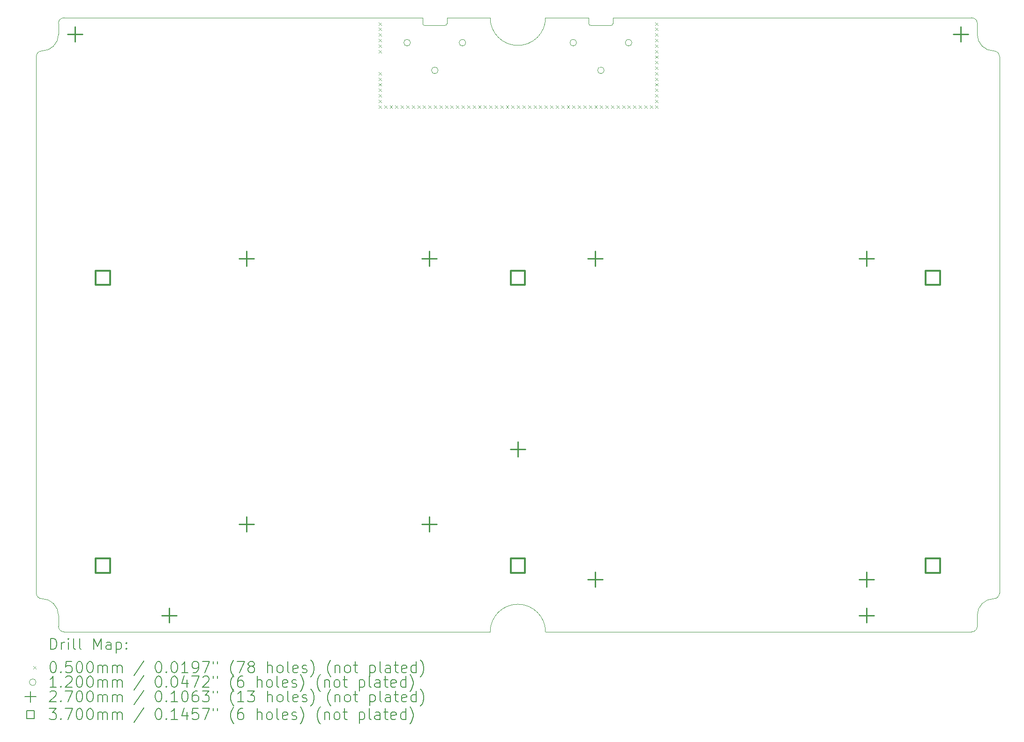
<source format=gbr>
%TF.GenerationSoftware,KiCad,Pcbnew,8.0.6+1*%
%TF.CreationDate,2024-12-16T18:12:13+00:00*%
%TF.ProjectId,pedalboard-hw,70656461-6c62-46f6-9172-642d68772e6b,4.0.1-RC*%
%TF.SameCoordinates,Original*%
%TF.FileFunction,Drillmap*%
%TF.FilePolarity,Positive*%
%FSLAX45Y45*%
G04 Gerber Fmt 4.5, Leading zero omitted, Abs format (unit mm)*
G04 Created by KiCad (PCBNEW 8.0.6+1) date 2024-12-16 18:12:13*
%MOMM*%
%LPD*%
G01*
G04 APERTURE LIST*
%ADD10C,0.100000*%
%ADD11C,0.200000*%
%ADD12C,0.120000*%
%ADD13C,0.270000*%
%ADD14C,0.370000*%
G04 APERTURE END LIST*
D10*
X12220000Y-2000000D02*
X18700000Y-2000000D01*
X1800000Y-12400000D02*
X1800000Y-2700000D01*
X2300000Y-13100000D02*
G75*
G02*
X2200000Y-13000000I0J100000D01*
G01*
X10000000Y-13100000D02*
G75*
G02*
X11000000Y-13100000I500000J0D01*
G01*
X2300000Y-13100000D02*
X10000000Y-13100000D01*
X11820000Y-2140000D02*
G75*
G02*
X11780000Y-2100000I0J40000D01*
G01*
X11000000Y-2000000D02*
G75*
G02*
X10000000Y-2000000I-500000J0D01*
G01*
X8820000Y-2140000D02*
G75*
G02*
X8780000Y-2100000I0J40000D01*
G01*
X18800000Y-13000000D02*
G75*
G02*
X18700000Y-13100000I-100000J0D01*
G01*
X11820000Y-2140000D02*
X12180000Y-2140000D01*
X19100000Y-2600000D02*
G75*
G02*
X18800000Y-2300000I0J300000D01*
G01*
X1900000Y-12500000D02*
G75*
G02*
X1800000Y-12400000I0J100000D01*
G01*
X1800000Y-2700000D02*
G75*
G02*
X1900000Y-2600000I100000J0D01*
G01*
X19100000Y-2600000D02*
G75*
G02*
X19200000Y-2700000I0J-100000D01*
G01*
X11000000Y-2000000D02*
X11780000Y-2000000D01*
X19200000Y-2700000D02*
X19200000Y-12400000D01*
X1900000Y-12500000D02*
G75*
G02*
X2200000Y-12800000I0J-300000D01*
G01*
X18800000Y-12800000D02*
X18800000Y-13000000D01*
X11780000Y-2000000D02*
X11780000Y-2100000D01*
X9220000Y-2100000D02*
X9220000Y-2000000D01*
X18800000Y-2100000D02*
X18800000Y-2300000D01*
X9220000Y-2000000D02*
X10000000Y-2000000D01*
X9220000Y-2100000D02*
G75*
G02*
X9180000Y-2140000I-40000J0D01*
G01*
X8780000Y-2000000D02*
X8780000Y-2100000D01*
X2200000Y-2300000D02*
G75*
G02*
X1900000Y-2600000I-300000J0D01*
G01*
X8820000Y-2140000D02*
X9180000Y-2140000D01*
X2200000Y-2100000D02*
G75*
G02*
X2300000Y-2000000I100000J0D01*
G01*
X8780000Y-2000000D02*
X2300000Y-2000000D01*
X2200000Y-2100000D02*
X2200000Y-2300000D01*
X12220000Y-2100000D02*
G75*
G02*
X12180000Y-2140000I-40000J0D01*
G01*
X19200000Y-12400000D02*
G75*
G02*
X19100000Y-12500000I-100000J0D01*
G01*
X12220000Y-2100000D02*
X12220000Y-2000000D01*
X11000000Y-13100000D02*
X18700000Y-13100000D01*
X2200000Y-12800000D02*
X2200000Y-13000000D01*
X18800000Y-12800000D02*
G75*
G02*
X19100000Y-12500000I300000J0D01*
G01*
X18700000Y-2000000D02*
G75*
G02*
X18800000Y-2100000I0J-100000D01*
G01*
D11*
D10*
X7985000Y-2082500D02*
X8035000Y-2132500D01*
X8035000Y-2082500D02*
X7985000Y-2132500D01*
X7985000Y-2182500D02*
X8035000Y-2232500D01*
X8035000Y-2182500D02*
X7985000Y-2232500D01*
X7985000Y-2282500D02*
X8035000Y-2332500D01*
X8035000Y-2282500D02*
X7985000Y-2332500D01*
X7985000Y-2382500D02*
X8035000Y-2432500D01*
X8035000Y-2382500D02*
X7985000Y-2432500D01*
X7985000Y-2482500D02*
X8035000Y-2532500D01*
X8035000Y-2482500D02*
X7985000Y-2532500D01*
X7985000Y-2582500D02*
X8035000Y-2632500D01*
X8035000Y-2582500D02*
X7985000Y-2632500D01*
X7985000Y-2982500D02*
X8035000Y-3032500D01*
X8035000Y-2982500D02*
X7985000Y-3032500D01*
X7985000Y-3082500D02*
X8035000Y-3132500D01*
X8035000Y-3082500D02*
X7985000Y-3132500D01*
X7985000Y-3182500D02*
X8035000Y-3232500D01*
X8035000Y-3182500D02*
X7985000Y-3232500D01*
X7985000Y-3282500D02*
X8035000Y-3332500D01*
X8035000Y-3282500D02*
X7985000Y-3332500D01*
X7985000Y-3382500D02*
X8035000Y-3432500D01*
X8035000Y-3382500D02*
X7985000Y-3432500D01*
X7985000Y-3482500D02*
X8035000Y-3532500D01*
X8035000Y-3482500D02*
X7985000Y-3532500D01*
X7985000Y-3582500D02*
X8035000Y-3632500D01*
X8035000Y-3582500D02*
X7985000Y-3632500D01*
X8085000Y-3582500D02*
X8135000Y-3632500D01*
X8135000Y-3582500D02*
X8085000Y-3632500D01*
X8185000Y-3582500D02*
X8235000Y-3632500D01*
X8235000Y-3582500D02*
X8185000Y-3632500D01*
X8285000Y-3582500D02*
X8335000Y-3632500D01*
X8335000Y-3582500D02*
X8285000Y-3632500D01*
X8385000Y-3582500D02*
X8435000Y-3632500D01*
X8435000Y-3582500D02*
X8385000Y-3632500D01*
X8485000Y-3582500D02*
X8535000Y-3632500D01*
X8535000Y-3582500D02*
X8485000Y-3632500D01*
X8585000Y-3582500D02*
X8635000Y-3632500D01*
X8635000Y-3582500D02*
X8585000Y-3632500D01*
X8685000Y-3582500D02*
X8735000Y-3632500D01*
X8735000Y-3582500D02*
X8685000Y-3632500D01*
X8785000Y-3582500D02*
X8835000Y-3632500D01*
X8835000Y-3582500D02*
X8785000Y-3632500D01*
X8885000Y-3582500D02*
X8935000Y-3632500D01*
X8935000Y-3582500D02*
X8885000Y-3632500D01*
X8985000Y-3582500D02*
X9035000Y-3632500D01*
X9035000Y-3582500D02*
X8985000Y-3632500D01*
X9085000Y-3582500D02*
X9135000Y-3632500D01*
X9135000Y-3582500D02*
X9085000Y-3632500D01*
X9185000Y-3582500D02*
X9235000Y-3632500D01*
X9235000Y-3582500D02*
X9185000Y-3632500D01*
X9285000Y-3582500D02*
X9335000Y-3632500D01*
X9335000Y-3582500D02*
X9285000Y-3632500D01*
X9385000Y-3582500D02*
X9435000Y-3632500D01*
X9435000Y-3582500D02*
X9385000Y-3632500D01*
X9485000Y-3582500D02*
X9535000Y-3632500D01*
X9535000Y-3582500D02*
X9485000Y-3632500D01*
X9585000Y-3582500D02*
X9635000Y-3632500D01*
X9635000Y-3582500D02*
X9585000Y-3632500D01*
X9685000Y-3582500D02*
X9735000Y-3632500D01*
X9735000Y-3582500D02*
X9685000Y-3632500D01*
X9785000Y-3582500D02*
X9835000Y-3632500D01*
X9835000Y-3582500D02*
X9785000Y-3632500D01*
X9885000Y-3582500D02*
X9935000Y-3632500D01*
X9935000Y-3582500D02*
X9885000Y-3632500D01*
X9985000Y-3582500D02*
X10035000Y-3632500D01*
X10035000Y-3582500D02*
X9985000Y-3632500D01*
X10085000Y-3582500D02*
X10135000Y-3632500D01*
X10135000Y-3582500D02*
X10085000Y-3632500D01*
X10185000Y-3582500D02*
X10235000Y-3632500D01*
X10235000Y-3582500D02*
X10185000Y-3632500D01*
X10285000Y-3582500D02*
X10335000Y-3632500D01*
X10335000Y-3582500D02*
X10285000Y-3632500D01*
X10385000Y-3582500D02*
X10435000Y-3632500D01*
X10435000Y-3582500D02*
X10385000Y-3632500D01*
X10485000Y-3582500D02*
X10535000Y-3632500D01*
X10535000Y-3582500D02*
X10485000Y-3632500D01*
X10585000Y-3582500D02*
X10635000Y-3632500D01*
X10635000Y-3582500D02*
X10585000Y-3632500D01*
X10685000Y-3582500D02*
X10735000Y-3632500D01*
X10735000Y-3582500D02*
X10685000Y-3632500D01*
X10785000Y-3582500D02*
X10835000Y-3632500D01*
X10835000Y-3582500D02*
X10785000Y-3632500D01*
X10885000Y-3582500D02*
X10935000Y-3632500D01*
X10935000Y-3582500D02*
X10885000Y-3632500D01*
X10985000Y-3582500D02*
X11035000Y-3632500D01*
X11035000Y-3582500D02*
X10985000Y-3632500D01*
X11085000Y-3582500D02*
X11135000Y-3632500D01*
X11135000Y-3582500D02*
X11085000Y-3632500D01*
X11185000Y-3582500D02*
X11235000Y-3632500D01*
X11235000Y-3582500D02*
X11185000Y-3632500D01*
X11285000Y-3582500D02*
X11335000Y-3632500D01*
X11335000Y-3582500D02*
X11285000Y-3632500D01*
X11385000Y-3582500D02*
X11435000Y-3632500D01*
X11435000Y-3582500D02*
X11385000Y-3632500D01*
X11485000Y-3582500D02*
X11535000Y-3632500D01*
X11535000Y-3582500D02*
X11485000Y-3632500D01*
X11585000Y-3582500D02*
X11635000Y-3632500D01*
X11635000Y-3582500D02*
X11585000Y-3632500D01*
X11685000Y-3582500D02*
X11735000Y-3632500D01*
X11735000Y-3582500D02*
X11685000Y-3632500D01*
X11785000Y-3582500D02*
X11835000Y-3632500D01*
X11835000Y-3582500D02*
X11785000Y-3632500D01*
X11885000Y-3582500D02*
X11935000Y-3632500D01*
X11935000Y-3582500D02*
X11885000Y-3632500D01*
X11985000Y-3582500D02*
X12035000Y-3632500D01*
X12035000Y-3582500D02*
X11985000Y-3632500D01*
X12085000Y-3582500D02*
X12135000Y-3632500D01*
X12135000Y-3582500D02*
X12085000Y-3632500D01*
X12185000Y-3582500D02*
X12235000Y-3632500D01*
X12235000Y-3582500D02*
X12185000Y-3632500D01*
X12285000Y-3582500D02*
X12335000Y-3632500D01*
X12335000Y-3582500D02*
X12285000Y-3632500D01*
X12385000Y-3582500D02*
X12435000Y-3632500D01*
X12435000Y-3582500D02*
X12385000Y-3632500D01*
X12485000Y-3582500D02*
X12535000Y-3632500D01*
X12535000Y-3582500D02*
X12485000Y-3632500D01*
X12585000Y-3582500D02*
X12635000Y-3632500D01*
X12635000Y-3582500D02*
X12585000Y-3632500D01*
X12685000Y-3582500D02*
X12735000Y-3632500D01*
X12735000Y-3582500D02*
X12685000Y-3632500D01*
X12785000Y-3582500D02*
X12835000Y-3632500D01*
X12835000Y-3582500D02*
X12785000Y-3632500D01*
X12885000Y-3582500D02*
X12935000Y-3632500D01*
X12935000Y-3582500D02*
X12885000Y-3632500D01*
X12985000Y-2082500D02*
X13035000Y-2132500D01*
X13035000Y-2082500D02*
X12985000Y-2132500D01*
X12985000Y-2182500D02*
X13035000Y-2232500D01*
X13035000Y-2182500D02*
X12985000Y-2232500D01*
X12985000Y-2282500D02*
X13035000Y-2332500D01*
X13035000Y-2282500D02*
X12985000Y-2332500D01*
X12985000Y-2382500D02*
X13035000Y-2432500D01*
X13035000Y-2382500D02*
X12985000Y-2432500D01*
X12985000Y-2482500D02*
X13035000Y-2532500D01*
X13035000Y-2482500D02*
X12985000Y-2532500D01*
X12985000Y-2582500D02*
X13035000Y-2632500D01*
X13035000Y-2582500D02*
X12985000Y-2632500D01*
X12985000Y-2682500D02*
X13035000Y-2732500D01*
X13035000Y-2682500D02*
X12985000Y-2732500D01*
X12985000Y-2782500D02*
X13035000Y-2832500D01*
X13035000Y-2782500D02*
X12985000Y-2832500D01*
X12985000Y-2882500D02*
X13035000Y-2932500D01*
X13035000Y-2882500D02*
X12985000Y-2932500D01*
X12985000Y-2982500D02*
X13035000Y-3032500D01*
X13035000Y-2982500D02*
X12985000Y-3032500D01*
X12985000Y-3082500D02*
X13035000Y-3132500D01*
X13035000Y-3082500D02*
X12985000Y-3132500D01*
X12985000Y-3182500D02*
X13035000Y-3232500D01*
X13035000Y-3182500D02*
X12985000Y-3232500D01*
X12985000Y-3282500D02*
X13035000Y-3332500D01*
X13035000Y-3282500D02*
X12985000Y-3332500D01*
X12985000Y-3382500D02*
X13035000Y-3432500D01*
X13035000Y-3382500D02*
X12985000Y-3432500D01*
X12985000Y-3482500D02*
X13035000Y-3532500D01*
X13035000Y-3482500D02*
X12985000Y-3532500D01*
X12985000Y-3582500D02*
X13035000Y-3632500D01*
X13035000Y-3582500D02*
X12985000Y-3632500D01*
D12*
X8559450Y-2450000D02*
G75*
G02*
X8439450Y-2450000I-60000J0D01*
G01*
X8439450Y-2450000D02*
G75*
G02*
X8559450Y-2450000I60000J0D01*
G01*
X9059450Y-2950000D02*
G75*
G02*
X8939450Y-2950000I-60000J0D01*
G01*
X8939450Y-2950000D02*
G75*
G02*
X9059450Y-2950000I60000J0D01*
G01*
X9559450Y-2450000D02*
G75*
G02*
X9439450Y-2450000I-60000J0D01*
G01*
X9439450Y-2450000D02*
G75*
G02*
X9559450Y-2450000I60000J0D01*
G01*
X11560000Y-2450000D02*
G75*
G02*
X11440000Y-2450000I-60000J0D01*
G01*
X11440000Y-2450000D02*
G75*
G02*
X11560000Y-2450000I60000J0D01*
G01*
X12060000Y-2950000D02*
G75*
G02*
X11940000Y-2950000I-60000J0D01*
G01*
X11940000Y-2950000D02*
G75*
G02*
X12060000Y-2950000I60000J0D01*
G01*
X12560000Y-2450000D02*
G75*
G02*
X12440000Y-2450000I-60000J0D01*
G01*
X12440000Y-2450000D02*
G75*
G02*
X12560000Y-2450000I60000J0D01*
G01*
D13*
X2500000Y-2165000D02*
X2500000Y-2435000D01*
X2365000Y-2300000D02*
X2635000Y-2300000D01*
X4200000Y-12665000D02*
X4200000Y-12935000D01*
X4065000Y-12800000D02*
X4335000Y-12800000D01*
X5600000Y-6215000D02*
X5600000Y-6485000D01*
X5465000Y-6350000D02*
X5735000Y-6350000D01*
X5600000Y-11015000D02*
X5600000Y-11285000D01*
X5465000Y-11150000D02*
X5735000Y-11150000D01*
X8900000Y-6215000D02*
X8900000Y-6485000D01*
X8765000Y-6350000D02*
X9035000Y-6350000D01*
X8900000Y-11015000D02*
X8900000Y-11285000D01*
X8765000Y-11150000D02*
X9035000Y-11150000D01*
X10500000Y-9665000D02*
X10500000Y-9935000D01*
X10365000Y-9800000D02*
X10635000Y-9800000D01*
X11898000Y-12017000D02*
X11898000Y-12287000D01*
X11763000Y-12152000D02*
X12033000Y-12152000D01*
X11900000Y-6215000D02*
X11900000Y-6485000D01*
X11765000Y-6350000D02*
X12035000Y-6350000D01*
X16800000Y-6215000D02*
X16800000Y-6485000D01*
X16665000Y-6350000D02*
X16935000Y-6350000D01*
X16800000Y-12015000D02*
X16800000Y-12285000D01*
X16665000Y-12150000D02*
X16935000Y-12150000D01*
X16800000Y-12665000D02*
X16800000Y-12935000D01*
X16665000Y-12800000D02*
X16935000Y-12800000D01*
X18500562Y-2164439D02*
X18500562Y-2434439D01*
X18365562Y-2299439D02*
X18635562Y-2299439D01*
D14*
X3130816Y-6830816D02*
X3130816Y-6569184D01*
X2869184Y-6569184D01*
X2869184Y-6830816D01*
X3130816Y-6830816D01*
X3130816Y-12030816D02*
X3130816Y-11769184D01*
X2869184Y-11769184D01*
X2869184Y-12030816D01*
X3130816Y-12030816D01*
X10630816Y-6830816D02*
X10630816Y-6569184D01*
X10369184Y-6569184D01*
X10369184Y-6830816D01*
X10630816Y-6830816D01*
X10630816Y-12030816D02*
X10630816Y-11769184D01*
X10369184Y-11769184D01*
X10369184Y-12030816D01*
X10630816Y-12030816D01*
X18130816Y-6830816D02*
X18130816Y-6569184D01*
X17869184Y-6569184D01*
X17869184Y-6830816D01*
X18130816Y-6830816D01*
X18130816Y-12030816D02*
X18130816Y-11769184D01*
X17869184Y-11769184D01*
X17869184Y-12030816D01*
X18130816Y-12030816D01*
D11*
X2055777Y-13416484D02*
X2055777Y-13216484D01*
X2055777Y-13216484D02*
X2103396Y-13216484D01*
X2103396Y-13216484D02*
X2131967Y-13226008D01*
X2131967Y-13226008D02*
X2151015Y-13245055D01*
X2151015Y-13245055D02*
X2160539Y-13264103D01*
X2160539Y-13264103D02*
X2170063Y-13302198D01*
X2170063Y-13302198D02*
X2170063Y-13330769D01*
X2170063Y-13330769D02*
X2160539Y-13368865D01*
X2160539Y-13368865D02*
X2151015Y-13387912D01*
X2151015Y-13387912D02*
X2131967Y-13406960D01*
X2131967Y-13406960D02*
X2103396Y-13416484D01*
X2103396Y-13416484D02*
X2055777Y-13416484D01*
X2255777Y-13416484D02*
X2255777Y-13283150D01*
X2255777Y-13321246D02*
X2265301Y-13302198D01*
X2265301Y-13302198D02*
X2274824Y-13292674D01*
X2274824Y-13292674D02*
X2293872Y-13283150D01*
X2293872Y-13283150D02*
X2312920Y-13283150D01*
X2379586Y-13416484D02*
X2379586Y-13283150D01*
X2379586Y-13216484D02*
X2370063Y-13226008D01*
X2370063Y-13226008D02*
X2379586Y-13235531D01*
X2379586Y-13235531D02*
X2389110Y-13226008D01*
X2389110Y-13226008D02*
X2379586Y-13216484D01*
X2379586Y-13216484D02*
X2379586Y-13235531D01*
X2503396Y-13416484D02*
X2484348Y-13406960D01*
X2484348Y-13406960D02*
X2474824Y-13387912D01*
X2474824Y-13387912D02*
X2474824Y-13216484D01*
X2608158Y-13416484D02*
X2589110Y-13406960D01*
X2589110Y-13406960D02*
X2579586Y-13387912D01*
X2579586Y-13387912D02*
X2579586Y-13216484D01*
X2836729Y-13416484D02*
X2836729Y-13216484D01*
X2836729Y-13216484D02*
X2903396Y-13359341D01*
X2903396Y-13359341D02*
X2970062Y-13216484D01*
X2970062Y-13216484D02*
X2970062Y-13416484D01*
X3151015Y-13416484D02*
X3151015Y-13311722D01*
X3151015Y-13311722D02*
X3141491Y-13292674D01*
X3141491Y-13292674D02*
X3122443Y-13283150D01*
X3122443Y-13283150D02*
X3084348Y-13283150D01*
X3084348Y-13283150D02*
X3065301Y-13292674D01*
X3151015Y-13406960D02*
X3131967Y-13416484D01*
X3131967Y-13416484D02*
X3084348Y-13416484D01*
X3084348Y-13416484D02*
X3065301Y-13406960D01*
X3065301Y-13406960D02*
X3055777Y-13387912D01*
X3055777Y-13387912D02*
X3055777Y-13368865D01*
X3055777Y-13368865D02*
X3065301Y-13349817D01*
X3065301Y-13349817D02*
X3084348Y-13340293D01*
X3084348Y-13340293D02*
X3131967Y-13340293D01*
X3131967Y-13340293D02*
X3151015Y-13330769D01*
X3246253Y-13283150D02*
X3246253Y-13483150D01*
X3246253Y-13292674D02*
X3265301Y-13283150D01*
X3265301Y-13283150D02*
X3303396Y-13283150D01*
X3303396Y-13283150D02*
X3322443Y-13292674D01*
X3322443Y-13292674D02*
X3331967Y-13302198D01*
X3331967Y-13302198D02*
X3341491Y-13321246D01*
X3341491Y-13321246D02*
X3341491Y-13378388D01*
X3341491Y-13378388D02*
X3331967Y-13397436D01*
X3331967Y-13397436D02*
X3322443Y-13406960D01*
X3322443Y-13406960D02*
X3303396Y-13416484D01*
X3303396Y-13416484D02*
X3265301Y-13416484D01*
X3265301Y-13416484D02*
X3246253Y-13406960D01*
X3427205Y-13397436D02*
X3436729Y-13406960D01*
X3436729Y-13406960D02*
X3427205Y-13416484D01*
X3427205Y-13416484D02*
X3417682Y-13406960D01*
X3417682Y-13406960D02*
X3427205Y-13397436D01*
X3427205Y-13397436D02*
X3427205Y-13416484D01*
X3427205Y-13292674D02*
X3436729Y-13302198D01*
X3436729Y-13302198D02*
X3427205Y-13311722D01*
X3427205Y-13311722D02*
X3417682Y-13302198D01*
X3417682Y-13302198D02*
X3427205Y-13292674D01*
X3427205Y-13292674D02*
X3427205Y-13311722D01*
D10*
X1745000Y-13720000D02*
X1795000Y-13770000D01*
X1795000Y-13720000D02*
X1745000Y-13770000D01*
D11*
X2093872Y-13636484D02*
X2112920Y-13636484D01*
X2112920Y-13636484D02*
X2131967Y-13646008D01*
X2131967Y-13646008D02*
X2141491Y-13655531D01*
X2141491Y-13655531D02*
X2151015Y-13674579D01*
X2151015Y-13674579D02*
X2160539Y-13712674D01*
X2160539Y-13712674D02*
X2160539Y-13760293D01*
X2160539Y-13760293D02*
X2151015Y-13798388D01*
X2151015Y-13798388D02*
X2141491Y-13817436D01*
X2141491Y-13817436D02*
X2131967Y-13826960D01*
X2131967Y-13826960D02*
X2112920Y-13836484D01*
X2112920Y-13836484D02*
X2093872Y-13836484D01*
X2093872Y-13836484D02*
X2074824Y-13826960D01*
X2074824Y-13826960D02*
X2065301Y-13817436D01*
X2065301Y-13817436D02*
X2055777Y-13798388D01*
X2055777Y-13798388D02*
X2046253Y-13760293D01*
X2046253Y-13760293D02*
X2046253Y-13712674D01*
X2046253Y-13712674D02*
X2055777Y-13674579D01*
X2055777Y-13674579D02*
X2065301Y-13655531D01*
X2065301Y-13655531D02*
X2074824Y-13646008D01*
X2074824Y-13646008D02*
X2093872Y-13636484D01*
X2246253Y-13817436D02*
X2255777Y-13826960D01*
X2255777Y-13826960D02*
X2246253Y-13836484D01*
X2246253Y-13836484D02*
X2236729Y-13826960D01*
X2236729Y-13826960D02*
X2246253Y-13817436D01*
X2246253Y-13817436D02*
X2246253Y-13836484D01*
X2436729Y-13636484D02*
X2341491Y-13636484D01*
X2341491Y-13636484D02*
X2331967Y-13731722D01*
X2331967Y-13731722D02*
X2341491Y-13722198D01*
X2341491Y-13722198D02*
X2360539Y-13712674D01*
X2360539Y-13712674D02*
X2408158Y-13712674D01*
X2408158Y-13712674D02*
X2427205Y-13722198D01*
X2427205Y-13722198D02*
X2436729Y-13731722D01*
X2436729Y-13731722D02*
X2446253Y-13750769D01*
X2446253Y-13750769D02*
X2446253Y-13798388D01*
X2446253Y-13798388D02*
X2436729Y-13817436D01*
X2436729Y-13817436D02*
X2427205Y-13826960D01*
X2427205Y-13826960D02*
X2408158Y-13836484D01*
X2408158Y-13836484D02*
X2360539Y-13836484D01*
X2360539Y-13836484D02*
X2341491Y-13826960D01*
X2341491Y-13826960D02*
X2331967Y-13817436D01*
X2570063Y-13636484D02*
X2589110Y-13636484D01*
X2589110Y-13636484D02*
X2608158Y-13646008D01*
X2608158Y-13646008D02*
X2617682Y-13655531D01*
X2617682Y-13655531D02*
X2627205Y-13674579D01*
X2627205Y-13674579D02*
X2636729Y-13712674D01*
X2636729Y-13712674D02*
X2636729Y-13760293D01*
X2636729Y-13760293D02*
X2627205Y-13798388D01*
X2627205Y-13798388D02*
X2617682Y-13817436D01*
X2617682Y-13817436D02*
X2608158Y-13826960D01*
X2608158Y-13826960D02*
X2589110Y-13836484D01*
X2589110Y-13836484D02*
X2570063Y-13836484D01*
X2570063Y-13836484D02*
X2551015Y-13826960D01*
X2551015Y-13826960D02*
X2541491Y-13817436D01*
X2541491Y-13817436D02*
X2531967Y-13798388D01*
X2531967Y-13798388D02*
X2522444Y-13760293D01*
X2522444Y-13760293D02*
X2522444Y-13712674D01*
X2522444Y-13712674D02*
X2531967Y-13674579D01*
X2531967Y-13674579D02*
X2541491Y-13655531D01*
X2541491Y-13655531D02*
X2551015Y-13646008D01*
X2551015Y-13646008D02*
X2570063Y-13636484D01*
X2760539Y-13636484D02*
X2779586Y-13636484D01*
X2779586Y-13636484D02*
X2798634Y-13646008D01*
X2798634Y-13646008D02*
X2808158Y-13655531D01*
X2808158Y-13655531D02*
X2817682Y-13674579D01*
X2817682Y-13674579D02*
X2827205Y-13712674D01*
X2827205Y-13712674D02*
X2827205Y-13760293D01*
X2827205Y-13760293D02*
X2817682Y-13798388D01*
X2817682Y-13798388D02*
X2808158Y-13817436D01*
X2808158Y-13817436D02*
X2798634Y-13826960D01*
X2798634Y-13826960D02*
X2779586Y-13836484D01*
X2779586Y-13836484D02*
X2760539Y-13836484D01*
X2760539Y-13836484D02*
X2741491Y-13826960D01*
X2741491Y-13826960D02*
X2731967Y-13817436D01*
X2731967Y-13817436D02*
X2722444Y-13798388D01*
X2722444Y-13798388D02*
X2712920Y-13760293D01*
X2712920Y-13760293D02*
X2712920Y-13712674D01*
X2712920Y-13712674D02*
X2722444Y-13674579D01*
X2722444Y-13674579D02*
X2731967Y-13655531D01*
X2731967Y-13655531D02*
X2741491Y-13646008D01*
X2741491Y-13646008D02*
X2760539Y-13636484D01*
X2912920Y-13836484D02*
X2912920Y-13703150D01*
X2912920Y-13722198D02*
X2922443Y-13712674D01*
X2922443Y-13712674D02*
X2941491Y-13703150D01*
X2941491Y-13703150D02*
X2970063Y-13703150D01*
X2970063Y-13703150D02*
X2989110Y-13712674D01*
X2989110Y-13712674D02*
X2998634Y-13731722D01*
X2998634Y-13731722D02*
X2998634Y-13836484D01*
X2998634Y-13731722D02*
X3008158Y-13712674D01*
X3008158Y-13712674D02*
X3027205Y-13703150D01*
X3027205Y-13703150D02*
X3055777Y-13703150D01*
X3055777Y-13703150D02*
X3074824Y-13712674D01*
X3074824Y-13712674D02*
X3084348Y-13731722D01*
X3084348Y-13731722D02*
X3084348Y-13836484D01*
X3179586Y-13836484D02*
X3179586Y-13703150D01*
X3179586Y-13722198D02*
X3189110Y-13712674D01*
X3189110Y-13712674D02*
X3208158Y-13703150D01*
X3208158Y-13703150D02*
X3236729Y-13703150D01*
X3236729Y-13703150D02*
X3255777Y-13712674D01*
X3255777Y-13712674D02*
X3265301Y-13731722D01*
X3265301Y-13731722D02*
X3265301Y-13836484D01*
X3265301Y-13731722D02*
X3274824Y-13712674D01*
X3274824Y-13712674D02*
X3293872Y-13703150D01*
X3293872Y-13703150D02*
X3322443Y-13703150D01*
X3322443Y-13703150D02*
X3341491Y-13712674D01*
X3341491Y-13712674D02*
X3351015Y-13731722D01*
X3351015Y-13731722D02*
X3351015Y-13836484D01*
X3741491Y-13626960D02*
X3570063Y-13884103D01*
X3998634Y-13636484D02*
X4017682Y-13636484D01*
X4017682Y-13636484D02*
X4036729Y-13646008D01*
X4036729Y-13646008D02*
X4046253Y-13655531D01*
X4046253Y-13655531D02*
X4055777Y-13674579D01*
X4055777Y-13674579D02*
X4065301Y-13712674D01*
X4065301Y-13712674D02*
X4065301Y-13760293D01*
X4065301Y-13760293D02*
X4055777Y-13798388D01*
X4055777Y-13798388D02*
X4046253Y-13817436D01*
X4046253Y-13817436D02*
X4036729Y-13826960D01*
X4036729Y-13826960D02*
X4017682Y-13836484D01*
X4017682Y-13836484D02*
X3998634Y-13836484D01*
X3998634Y-13836484D02*
X3979586Y-13826960D01*
X3979586Y-13826960D02*
X3970063Y-13817436D01*
X3970063Y-13817436D02*
X3960539Y-13798388D01*
X3960539Y-13798388D02*
X3951015Y-13760293D01*
X3951015Y-13760293D02*
X3951015Y-13712674D01*
X3951015Y-13712674D02*
X3960539Y-13674579D01*
X3960539Y-13674579D02*
X3970063Y-13655531D01*
X3970063Y-13655531D02*
X3979586Y-13646008D01*
X3979586Y-13646008D02*
X3998634Y-13636484D01*
X4151015Y-13817436D02*
X4160539Y-13826960D01*
X4160539Y-13826960D02*
X4151015Y-13836484D01*
X4151015Y-13836484D02*
X4141491Y-13826960D01*
X4141491Y-13826960D02*
X4151015Y-13817436D01*
X4151015Y-13817436D02*
X4151015Y-13836484D01*
X4284348Y-13636484D02*
X4303396Y-13636484D01*
X4303396Y-13636484D02*
X4322444Y-13646008D01*
X4322444Y-13646008D02*
X4331968Y-13655531D01*
X4331968Y-13655531D02*
X4341491Y-13674579D01*
X4341491Y-13674579D02*
X4351015Y-13712674D01*
X4351015Y-13712674D02*
X4351015Y-13760293D01*
X4351015Y-13760293D02*
X4341491Y-13798388D01*
X4341491Y-13798388D02*
X4331968Y-13817436D01*
X4331968Y-13817436D02*
X4322444Y-13826960D01*
X4322444Y-13826960D02*
X4303396Y-13836484D01*
X4303396Y-13836484D02*
X4284348Y-13836484D01*
X4284348Y-13836484D02*
X4265301Y-13826960D01*
X4265301Y-13826960D02*
X4255777Y-13817436D01*
X4255777Y-13817436D02*
X4246253Y-13798388D01*
X4246253Y-13798388D02*
X4236729Y-13760293D01*
X4236729Y-13760293D02*
X4236729Y-13712674D01*
X4236729Y-13712674D02*
X4246253Y-13674579D01*
X4246253Y-13674579D02*
X4255777Y-13655531D01*
X4255777Y-13655531D02*
X4265301Y-13646008D01*
X4265301Y-13646008D02*
X4284348Y-13636484D01*
X4541491Y-13836484D02*
X4427206Y-13836484D01*
X4484348Y-13836484D02*
X4484348Y-13636484D01*
X4484348Y-13636484D02*
X4465301Y-13665055D01*
X4465301Y-13665055D02*
X4446253Y-13684103D01*
X4446253Y-13684103D02*
X4427206Y-13693627D01*
X4636729Y-13836484D02*
X4674825Y-13836484D01*
X4674825Y-13836484D02*
X4693872Y-13826960D01*
X4693872Y-13826960D02*
X4703396Y-13817436D01*
X4703396Y-13817436D02*
X4722444Y-13788865D01*
X4722444Y-13788865D02*
X4731968Y-13750769D01*
X4731968Y-13750769D02*
X4731968Y-13674579D01*
X4731968Y-13674579D02*
X4722444Y-13655531D01*
X4722444Y-13655531D02*
X4712920Y-13646008D01*
X4712920Y-13646008D02*
X4693872Y-13636484D01*
X4693872Y-13636484D02*
X4655777Y-13636484D01*
X4655777Y-13636484D02*
X4636729Y-13646008D01*
X4636729Y-13646008D02*
X4627206Y-13655531D01*
X4627206Y-13655531D02*
X4617682Y-13674579D01*
X4617682Y-13674579D02*
X4617682Y-13722198D01*
X4617682Y-13722198D02*
X4627206Y-13741246D01*
X4627206Y-13741246D02*
X4636729Y-13750769D01*
X4636729Y-13750769D02*
X4655777Y-13760293D01*
X4655777Y-13760293D02*
X4693872Y-13760293D01*
X4693872Y-13760293D02*
X4712920Y-13750769D01*
X4712920Y-13750769D02*
X4722444Y-13741246D01*
X4722444Y-13741246D02*
X4731968Y-13722198D01*
X4798634Y-13636484D02*
X4931968Y-13636484D01*
X4931968Y-13636484D02*
X4846253Y-13836484D01*
X4998634Y-13636484D02*
X4998634Y-13674579D01*
X5074825Y-13636484D02*
X5074825Y-13674579D01*
X5370063Y-13912674D02*
X5360539Y-13903150D01*
X5360539Y-13903150D02*
X5341491Y-13874579D01*
X5341491Y-13874579D02*
X5331968Y-13855531D01*
X5331968Y-13855531D02*
X5322444Y-13826960D01*
X5322444Y-13826960D02*
X5312920Y-13779341D01*
X5312920Y-13779341D02*
X5312920Y-13741246D01*
X5312920Y-13741246D02*
X5322444Y-13693627D01*
X5322444Y-13693627D02*
X5331968Y-13665055D01*
X5331968Y-13665055D02*
X5341491Y-13646008D01*
X5341491Y-13646008D02*
X5360539Y-13617436D01*
X5360539Y-13617436D02*
X5370063Y-13607912D01*
X5427206Y-13636484D02*
X5560539Y-13636484D01*
X5560539Y-13636484D02*
X5474825Y-13836484D01*
X5665301Y-13722198D02*
X5646253Y-13712674D01*
X5646253Y-13712674D02*
X5636729Y-13703150D01*
X5636729Y-13703150D02*
X5627206Y-13684103D01*
X5627206Y-13684103D02*
X5627206Y-13674579D01*
X5627206Y-13674579D02*
X5636729Y-13655531D01*
X5636729Y-13655531D02*
X5646253Y-13646008D01*
X5646253Y-13646008D02*
X5665301Y-13636484D01*
X5665301Y-13636484D02*
X5703396Y-13636484D01*
X5703396Y-13636484D02*
X5722444Y-13646008D01*
X5722444Y-13646008D02*
X5731968Y-13655531D01*
X5731968Y-13655531D02*
X5741491Y-13674579D01*
X5741491Y-13674579D02*
X5741491Y-13684103D01*
X5741491Y-13684103D02*
X5731968Y-13703150D01*
X5731968Y-13703150D02*
X5722444Y-13712674D01*
X5722444Y-13712674D02*
X5703396Y-13722198D01*
X5703396Y-13722198D02*
X5665301Y-13722198D01*
X5665301Y-13722198D02*
X5646253Y-13731722D01*
X5646253Y-13731722D02*
X5636729Y-13741246D01*
X5636729Y-13741246D02*
X5627206Y-13760293D01*
X5627206Y-13760293D02*
X5627206Y-13798388D01*
X5627206Y-13798388D02*
X5636729Y-13817436D01*
X5636729Y-13817436D02*
X5646253Y-13826960D01*
X5646253Y-13826960D02*
X5665301Y-13836484D01*
X5665301Y-13836484D02*
X5703396Y-13836484D01*
X5703396Y-13836484D02*
X5722444Y-13826960D01*
X5722444Y-13826960D02*
X5731968Y-13817436D01*
X5731968Y-13817436D02*
X5741491Y-13798388D01*
X5741491Y-13798388D02*
X5741491Y-13760293D01*
X5741491Y-13760293D02*
X5731968Y-13741246D01*
X5731968Y-13741246D02*
X5722444Y-13731722D01*
X5722444Y-13731722D02*
X5703396Y-13722198D01*
X5979587Y-13836484D02*
X5979587Y-13636484D01*
X6065301Y-13836484D02*
X6065301Y-13731722D01*
X6065301Y-13731722D02*
X6055777Y-13712674D01*
X6055777Y-13712674D02*
X6036730Y-13703150D01*
X6036730Y-13703150D02*
X6008158Y-13703150D01*
X6008158Y-13703150D02*
X5989110Y-13712674D01*
X5989110Y-13712674D02*
X5979587Y-13722198D01*
X6189110Y-13836484D02*
X6170063Y-13826960D01*
X6170063Y-13826960D02*
X6160539Y-13817436D01*
X6160539Y-13817436D02*
X6151015Y-13798388D01*
X6151015Y-13798388D02*
X6151015Y-13741246D01*
X6151015Y-13741246D02*
X6160539Y-13722198D01*
X6160539Y-13722198D02*
X6170063Y-13712674D01*
X6170063Y-13712674D02*
X6189110Y-13703150D01*
X6189110Y-13703150D02*
X6217682Y-13703150D01*
X6217682Y-13703150D02*
X6236730Y-13712674D01*
X6236730Y-13712674D02*
X6246253Y-13722198D01*
X6246253Y-13722198D02*
X6255777Y-13741246D01*
X6255777Y-13741246D02*
X6255777Y-13798388D01*
X6255777Y-13798388D02*
X6246253Y-13817436D01*
X6246253Y-13817436D02*
X6236730Y-13826960D01*
X6236730Y-13826960D02*
X6217682Y-13836484D01*
X6217682Y-13836484D02*
X6189110Y-13836484D01*
X6370063Y-13836484D02*
X6351015Y-13826960D01*
X6351015Y-13826960D02*
X6341491Y-13807912D01*
X6341491Y-13807912D02*
X6341491Y-13636484D01*
X6522444Y-13826960D02*
X6503396Y-13836484D01*
X6503396Y-13836484D02*
X6465301Y-13836484D01*
X6465301Y-13836484D02*
X6446253Y-13826960D01*
X6446253Y-13826960D02*
X6436730Y-13807912D01*
X6436730Y-13807912D02*
X6436730Y-13731722D01*
X6436730Y-13731722D02*
X6446253Y-13712674D01*
X6446253Y-13712674D02*
X6465301Y-13703150D01*
X6465301Y-13703150D02*
X6503396Y-13703150D01*
X6503396Y-13703150D02*
X6522444Y-13712674D01*
X6522444Y-13712674D02*
X6531968Y-13731722D01*
X6531968Y-13731722D02*
X6531968Y-13750769D01*
X6531968Y-13750769D02*
X6436730Y-13769817D01*
X6608158Y-13826960D02*
X6627206Y-13836484D01*
X6627206Y-13836484D02*
X6665301Y-13836484D01*
X6665301Y-13836484D02*
X6684349Y-13826960D01*
X6684349Y-13826960D02*
X6693872Y-13807912D01*
X6693872Y-13807912D02*
X6693872Y-13798388D01*
X6693872Y-13798388D02*
X6684349Y-13779341D01*
X6684349Y-13779341D02*
X6665301Y-13769817D01*
X6665301Y-13769817D02*
X6636730Y-13769817D01*
X6636730Y-13769817D02*
X6617682Y-13760293D01*
X6617682Y-13760293D02*
X6608158Y-13741246D01*
X6608158Y-13741246D02*
X6608158Y-13731722D01*
X6608158Y-13731722D02*
X6617682Y-13712674D01*
X6617682Y-13712674D02*
X6636730Y-13703150D01*
X6636730Y-13703150D02*
X6665301Y-13703150D01*
X6665301Y-13703150D02*
X6684349Y-13712674D01*
X6760539Y-13912674D02*
X6770063Y-13903150D01*
X6770063Y-13903150D02*
X6789111Y-13874579D01*
X6789111Y-13874579D02*
X6798634Y-13855531D01*
X6798634Y-13855531D02*
X6808158Y-13826960D01*
X6808158Y-13826960D02*
X6817682Y-13779341D01*
X6817682Y-13779341D02*
X6817682Y-13741246D01*
X6817682Y-13741246D02*
X6808158Y-13693627D01*
X6808158Y-13693627D02*
X6798634Y-13665055D01*
X6798634Y-13665055D02*
X6789111Y-13646008D01*
X6789111Y-13646008D02*
X6770063Y-13617436D01*
X6770063Y-13617436D02*
X6760539Y-13607912D01*
X7122444Y-13912674D02*
X7112920Y-13903150D01*
X7112920Y-13903150D02*
X7093872Y-13874579D01*
X7093872Y-13874579D02*
X7084349Y-13855531D01*
X7084349Y-13855531D02*
X7074825Y-13826960D01*
X7074825Y-13826960D02*
X7065301Y-13779341D01*
X7065301Y-13779341D02*
X7065301Y-13741246D01*
X7065301Y-13741246D02*
X7074825Y-13693627D01*
X7074825Y-13693627D02*
X7084349Y-13665055D01*
X7084349Y-13665055D02*
X7093872Y-13646008D01*
X7093872Y-13646008D02*
X7112920Y-13617436D01*
X7112920Y-13617436D02*
X7122444Y-13607912D01*
X7198634Y-13703150D02*
X7198634Y-13836484D01*
X7198634Y-13722198D02*
X7208158Y-13712674D01*
X7208158Y-13712674D02*
X7227206Y-13703150D01*
X7227206Y-13703150D02*
X7255777Y-13703150D01*
X7255777Y-13703150D02*
X7274825Y-13712674D01*
X7274825Y-13712674D02*
X7284349Y-13731722D01*
X7284349Y-13731722D02*
X7284349Y-13836484D01*
X7408158Y-13836484D02*
X7389111Y-13826960D01*
X7389111Y-13826960D02*
X7379587Y-13817436D01*
X7379587Y-13817436D02*
X7370063Y-13798388D01*
X7370063Y-13798388D02*
X7370063Y-13741246D01*
X7370063Y-13741246D02*
X7379587Y-13722198D01*
X7379587Y-13722198D02*
X7389111Y-13712674D01*
X7389111Y-13712674D02*
X7408158Y-13703150D01*
X7408158Y-13703150D02*
X7436730Y-13703150D01*
X7436730Y-13703150D02*
X7455777Y-13712674D01*
X7455777Y-13712674D02*
X7465301Y-13722198D01*
X7465301Y-13722198D02*
X7474825Y-13741246D01*
X7474825Y-13741246D02*
X7474825Y-13798388D01*
X7474825Y-13798388D02*
X7465301Y-13817436D01*
X7465301Y-13817436D02*
X7455777Y-13826960D01*
X7455777Y-13826960D02*
X7436730Y-13836484D01*
X7436730Y-13836484D02*
X7408158Y-13836484D01*
X7531968Y-13703150D02*
X7608158Y-13703150D01*
X7560539Y-13636484D02*
X7560539Y-13807912D01*
X7560539Y-13807912D02*
X7570063Y-13826960D01*
X7570063Y-13826960D02*
X7589111Y-13836484D01*
X7589111Y-13836484D02*
X7608158Y-13836484D01*
X7827206Y-13703150D02*
X7827206Y-13903150D01*
X7827206Y-13712674D02*
X7846253Y-13703150D01*
X7846253Y-13703150D02*
X7884349Y-13703150D01*
X7884349Y-13703150D02*
X7903396Y-13712674D01*
X7903396Y-13712674D02*
X7912920Y-13722198D01*
X7912920Y-13722198D02*
X7922444Y-13741246D01*
X7922444Y-13741246D02*
X7922444Y-13798388D01*
X7922444Y-13798388D02*
X7912920Y-13817436D01*
X7912920Y-13817436D02*
X7903396Y-13826960D01*
X7903396Y-13826960D02*
X7884349Y-13836484D01*
X7884349Y-13836484D02*
X7846253Y-13836484D01*
X7846253Y-13836484D02*
X7827206Y-13826960D01*
X8036730Y-13836484D02*
X8017682Y-13826960D01*
X8017682Y-13826960D02*
X8008158Y-13807912D01*
X8008158Y-13807912D02*
X8008158Y-13636484D01*
X8198634Y-13836484D02*
X8198634Y-13731722D01*
X8198634Y-13731722D02*
X8189111Y-13712674D01*
X8189111Y-13712674D02*
X8170063Y-13703150D01*
X8170063Y-13703150D02*
X8131968Y-13703150D01*
X8131968Y-13703150D02*
X8112920Y-13712674D01*
X8198634Y-13826960D02*
X8179587Y-13836484D01*
X8179587Y-13836484D02*
X8131968Y-13836484D01*
X8131968Y-13836484D02*
X8112920Y-13826960D01*
X8112920Y-13826960D02*
X8103396Y-13807912D01*
X8103396Y-13807912D02*
X8103396Y-13788865D01*
X8103396Y-13788865D02*
X8112920Y-13769817D01*
X8112920Y-13769817D02*
X8131968Y-13760293D01*
X8131968Y-13760293D02*
X8179587Y-13760293D01*
X8179587Y-13760293D02*
X8198634Y-13750769D01*
X8265301Y-13703150D02*
X8341492Y-13703150D01*
X8293873Y-13636484D02*
X8293873Y-13807912D01*
X8293873Y-13807912D02*
X8303396Y-13826960D01*
X8303396Y-13826960D02*
X8322444Y-13836484D01*
X8322444Y-13836484D02*
X8341492Y-13836484D01*
X8484349Y-13826960D02*
X8465301Y-13836484D01*
X8465301Y-13836484D02*
X8427206Y-13836484D01*
X8427206Y-13836484D02*
X8408158Y-13826960D01*
X8408158Y-13826960D02*
X8398635Y-13807912D01*
X8398635Y-13807912D02*
X8398635Y-13731722D01*
X8398635Y-13731722D02*
X8408158Y-13712674D01*
X8408158Y-13712674D02*
X8427206Y-13703150D01*
X8427206Y-13703150D02*
X8465301Y-13703150D01*
X8465301Y-13703150D02*
X8484349Y-13712674D01*
X8484349Y-13712674D02*
X8493873Y-13731722D01*
X8493873Y-13731722D02*
X8493873Y-13750769D01*
X8493873Y-13750769D02*
X8398635Y-13769817D01*
X8665301Y-13836484D02*
X8665301Y-13636484D01*
X8665301Y-13826960D02*
X8646254Y-13836484D01*
X8646254Y-13836484D02*
X8608158Y-13836484D01*
X8608158Y-13836484D02*
X8589111Y-13826960D01*
X8589111Y-13826960D02*
X8579587Y-13817436D01*
X8579587Y-13817436D02*
X8570063Y-13798388D01*
X8570063Y-13798388D02*
X8570063Y-13741246D01*
X8570063Y-13741246D02*
X8579587Y-13722198D01*
X8579587Y-13722198D02*
X8589111Y-13712674D01*
X8589111Y-13712674D02*
X8608158Y-13703150D01*
X8608158Y-13703150D02*
X8646254Y-13703150D01*
X8646254Y-13703150D02*
X8665301Y-13712674D01*
X8741492Y-13912674D02*
X8751016Y-13903150D01*
X8751016Y-13903150D02*
X8770063Y-13874579D01*
X8770063Y-13874579D02*
X8779587Y-13855531D01*
X8779587Y-13855531D02*
X8789111Y-13826960D01*
X8789111Y-13826960D02*
X8798635Y-13779341D01*
X8798635Y-13779341D02*
X8798635Y-13741246D01*
X8798635Y-13741246D02*
X8789111Y-13693627D01*
X8789111Y-13693627D02*
X8779587Y-13665055D01*
X8779587Y-13665055D02*
X8770063Y-13646008D01*
X8770063Y-13646008D02*
X8751016Y-13617436D01*
X8751016Y-13617436D02*
X8741492Y-13607912D01*
D12*
X1795000Y-14009000D02*
G75*
G02*
X1675000Y-14009000I-60000J0D01*
G01*
X1675000Y-14009000D02*
G75*
G02*
X1795000Y-14009000I60000J0D01*
G01*
D11*
X2160539Y-14100484D02*
X2046253Y-14100484D01*
X2103396Y-14100484D02*
X2103396Y-13900484D01*
X2103396Y-13900484D02*
X2084348Y-13929055D01*
X2084348Y-13929055D02*
X2065301Y-13948103D01*
X2065301Y-13948103D02*
X2046253Y-13957627D01*
X2246253Y-14081436D02*
X2255777Y-14090960D01*
X2255777Y-14090960D02*
X2246253Y-14100484D01*
X2246253Y-14100484D02*
X2236729Y-14090960D01*
X2236729Y-14090960D02*
X2246253Y-14081436D01*
X2246253Y-14081436D02*
X2246253Y-14100484D01*
X2331967Y-13919531D02*
X2341491Y-13910008D01*
X2341491Y-13910008D02*
X2360539Y-13900484D01*
X2360539Y-13900484D02*
X2408158Y-13900484D01*
X2408158Y-13900484D02*
X2427205Y-13910008D01*
X2427205Y-13910008D02*
X2436729Y-13919531D01*
X2436729Y-13919531D02*
X2446253Y-13938579D01*
X2446253Y-13938579D02*
X2446253Y-13957627D01*
X2446253Y-13957627D02*
X2436729Y-13986198D01*
X2436729Y-13986198D02*
X2322444Y-14100484D01*
X2322444Y-14100484D02*
X2446253Y-14100484D01*
X2570063Y-13900484D02*
X2589110Y-13900484D01*
X2589110Y-13900484D02*
X2608158Y-13910008D01*
X2608158Y-13910008D02*
X2617682Y-13919531D01*
X2617682Y-13919531D02*
X2627205Y-13938579D01*
X2627205Y-13938579D02*
X2636729Y-13976674D01*
X2636729Y-13976674D02*
X2636729Y-14024293D01*
X2636729Y-14024293D02*
X2627205Y-14062388D01*
X2627205Y-14062388D02*
X2617682Y-14081436D01*
X2617682Y-14081436D02*
X2608158Y-14090960D01*
X2608158Y-14090960D02*
X2589110Y-14100484D01*
X2589110Y-14100484D02*
X2570063Y-14100484D01*
X2570063Y-14100484D02*
X2551015Y-14090960D01*
X2551015Y-14090960D02*
X2541491Y-14081436D01*
X2541491Y-14081436D02*
X2531967Y-14062388D01*
X2531967Y-14062388D02*
X2522444Y-14024293D01*
X2522444Y-14024293D02*
X2522444Y-13976674D01*
X2522444Y-13976674D02*
X2531967Y-13938579D01*
X2531967Y-13938579D02*
X2541491Y-13919531D01*
X2541491Y-13919531D02*
X2551015Y-13910008D01*
X2551015Y-13910008D02*
X2570063Y-13900484D01*
X2760539Y-13900484D02*
X2779586Y-13900484D01*
X2779586Y-13900484D02*
X2798634Y-13910008D01*
X2798634Y-13910008D02*
X2808158Y-13919531D01*
X2808158Y-13919531D02*
X2817682Y-13938579D01*
X2817682Y-13938579D02*
X2827205Y-13976674D01*
X2827205Y-13976674D02*
X2827205Y-14024293D01*
X2827205Y-14024293D02*
X2817682Y-14062388D01*
X2817682Y-14062388D02*
X2808158Y-14081436D01*
X2808158Y-14081436D02*
X2798634Y-14090960D01*
X2798634Y-14090960D02*
X2779586Y-14100484D01*
X2779586Y-14100484D02*
X2760539Y-14100484D01*
X2760539Y-14100484D02*
X2741491Y-14090960D01*
X2741491Y-14090960D02*
X2731967Y-14081436D01*
X2731967Y-14081436D02*
X2722444Y-14062388D01*
X2722444Y-14062388D02*
X2712920Y-14024293D01*
X2712920Y-14024293D02*
X2712920Y-13976674D01*
X2712920Y-13976674D02*
X2722444Y-13938579D01*
X2722444Y-13938579D02*
X2731967Y-13919531D01*
X2731967Y-13919531D02*
X2741491Y-13910008D01*
X2741491Y-13910008D02*
X2760539Y-13900484D01*
X2912920Y-14100484D02*
X2912920Y-13967150D01*
X2912920Y-13986198D02*
X2922443Y-13976674D01*
X2922443Y-13976674D02*
X2941491Y-13967150D01*
X2941491Y-13967150D02*
X2970063Y-13967150D01*
X2970063Y-13967150D02*
X2989110Y-13976674D01*
X2989110Y-13976674D02*
X2998634Y-13995722D01*
X2998634Y-13995722D02*
X2998634Y-14100484D01*
X2998634Y-13995722D02*
X3008158Y-13976674D01*
X3008158Y-13976674D02*
X3027205Y-13967150D01*
X3027205Y-13967150D02*
X3055777Y-13967150D01*
X3055777Y-13967150D02*
X3074824Y-13976674D01*
X3074824Y-13976674D02*
X3084348Y-13995722D01*
X3084348Y-13995722D02*
X3084348Y-14100484D01*
X3179586Y-14100484D02*
X3179586Y-13967150D01*
X3179586Y-13986198D02*
X3189110Y-13976674D01*
X3189110Y-13976674D02*
X3208158Y-13967150D01*
X3208158Y-13967150D02*
X3236729Y-13967150D01*
X3236729Y-13967150D02*
X3255777Y-13976674D01*
X3255777Y-13976674D02*
X3265301Y-13995722D01*
X3265301Y-13995722D02*
X3265301Y-14100484D01*
X3265301Y-13995722D02*
X3274824Y-13976674D01*
X3274824Y-13976674D02*
X3293872Y-13967150D01*
X3293872Y-13967150D02*
X3322443Y-13967150D01*
X3322443Y-13967150D02*
X3341491Y-13976674D01*
X3341491Y-13976674D02*
X3351015Y-13995722D01*
X3351015Y-13995722D02*
X3351015Y-14100484D01*
X3741491Y-13890960D02*
X3570063Y-14148103D01*
X3998634Y-13900484D02*
X4017682Y-13900484D01*
X4017682Y-13900484D02*
X4036729Y-13910008D01*
X4036729Y-13910008D02*
X4046253Y-13919531D01*
X4046253Y-13919531D02*
X4055777Y-13938579D01*
X4055777Y-13938579D02*
X4065301Y-13976674D01*
X4065301Y-13976674D02*
X4065301Y-14024293D01*
X4065301Y-14024293D02*
X4055777Y-14062388D01*
X4055777Y-14062388D02*
X4046253Y-14081436D01*
X4046253Y-14081436D02*
X4036729Y-14090960D01*
X4036729Y-14090960D02*
X4017682Y-14100484D01*
X4017682Y-14100484D02*
X3998634Y-14100484D01*
X3998634Y-14100484D02*
X3979586Y-14090960D01*
X3979586Y-14090960D02*
X3970063Y-14081436D01*
X3970063Y-14081436D02*
X3960539Y-14062388D01*
X3960539Y-14062388D02*
X3951015Y-14024293D01*
X3951015Y-14024293D02*
X3951015Y-13976674D01*
X3951015Y-13976674D02*
X3960539Y-13938579D01*
X3960539Y-13938579D02*
X3970063Y-13919531D01*
X3970063Y-13919531D02*
X3979586Y-13910008D01*
X3979586Y-13910008D02*
X3998634Y-13900484D01*
X4151015Y-14081436D02*
X4160539Y-14090960D01*
X4160539Y-14090960D02*
X4151015Y-14100484D01*
X4151015Y-14100484D02*
X4141491Y-14090960D01*
X4141491Y-14090960D02*
X4151015Y-14081436D01*
X4151015Y-14081436D02*
X4151015Y-14100484D01*
X4284348Y-13900484D02*
X4303396Y-13900484D01*
X4303396Y-13900484D02*
X4322444Y-13910008D01*
X4322444Y-13910008D02*
X4331968Y-13919531D01*
X4331968Y-13919531D02*
X4341491Y-13938579D01*
X4341491Y-13938579D02*
X4351015Y-13976674D01*
X4351015Y-13976674D02*
X4351015Y-14024293D01*
X4351015Y-14024293D02*
X4341491Y-14062388D01*
X4341491Y-14062388D02*
X4331968Y-14081436D01*
X4331968Y-14081436D02*
X4322444Y-14090960D01*
X4322444Y-14090960D02*
X4303396Y-14100484D01*
X4303396Y-14100484D02*
X4284348Y-14100484D01*
X4284348Y-14100484D02*
X4265301Y-14090960D01*
X4265301Y-14090960D02*
X4255777Y-14081436D01*
X4255777Y-14081436D02*
X4246253Y-14062388D01*
X4246253Y-14062388D02*
X4236729Y-14024293D01*
X4236729Y-14024293D02*
X4236729Y-13976674D01*
X4236729Y-13976674D02*
X4246253Y-13938579D01*
X4246253Y-13938579D02*
X4255777Y-13919531D01*
X4255777Y-13919531D02*
X4265301Y-13910008D01*
X4265301Y-13910008D02*
X4284348Y-13900484D01*
X4522444Y-13967150D02*
X4522444Y-14100484D01*
X4474825Y-13890960D02*
X4427206Y-14033817D01*
X4427206Y-14033817D02*
X4551015Y-14033817D01*
X4608158Y-13900484D02*
X4741491Y-13900484D01*
X4741491Y-13900484D02*
X4655777Y-14100484D01*
X4808158Y-13919531D02*
X4817682Y-13910008D01*
X4817682Y-13910008D02*
X4836729Y-13900484D01*
X4836729Y-13900484D02*
X4884349Y-13900484D01*
X4884349Y-13900484D02*
X4903396Y-13910008D01*
X4903396Y-13910008D02*
X4912920Y-13919531D01*
X4912920Y-13919531D02*
X4922444Y-13938579D01*
X4922444Y-13938579D02*
X4922444Y-13957627D01*
X4922444Y-13957627D02*
X4912920Y-13986198D01*
X4912920Y-13986198D02*
X4798634Y-14100484D01*
X4798634Y-14100484D02*
X4922444Y-14100484D01*
X4998634Y-13900484D02*
X4998634Y-13938579D01*
X5074825Y-13900484D02*
X5074825Y-13938579D01*
X5370063Y-14176674D02*
X5360539Y-14167150D01*
X5360539Y-14167150D02*
X5341491Y-14138579D01*
X5341491Y-14138579D02*
X5331968Y-14119531D01*
X5331968Y-14119531D02*
X5322444Y-14090960D01*
X5322444Y-14090960D02*
X5312920Y-14043341D01*
X5312920Y-14043341D02*
X5312920Y-14005246D01*
X5312920Y-14005246D02*
X5322444Y-13957627D01*
X5322444Y-13957627D02*
X5331968Y-13929055D01*
X5331968Y-13929055D02*
X5341491Y-13910008D01*
X5341491Y-13910008D02*
X5360539Y-13881436D01*
X5360539Y-13881436D02*
X5370063Y-13871912D01*
X5531968Y-13900484D02*
X5493872Y-13900484D01*
X5493872Y-13900484D02*
X5474825Y-13910008D01*
X5474825Y-13910008D02*
X5465301Y-13919531D01*
X5465301Y-13919531D02*
X5446253Y-13948103D01*
X5446253Y-13948103D02*
X5436730Y-13986198D01*
X5436730Y-13986198D02*
X5436730Y-14062388D01*
X5436730Y-14062388D02*
X5446253Y-14081436D01*
X5446253Y-14081436D02*
X5455777Y-14090960D01*
X5455777Y-14090960D02*
X5474825Y-14100484D01*
X5474825Y-14100484D02*
X5512920Y-14100484D01*
X5512920Y-14100484D02*
X5531968Y-14090960D01*
X5531968Y-14090960D02*
X5541491Y-14081436D01*
X5541491Y-14081436D02*
X5551015Y-14062388D01*
X5551015Y-14062388D02*
X5551015Y-14014769D01*
X5551015Y-14014769D02*
X5541491Y-13995722D01*
X5541491Y-13995722D02*
X5531968Y-13986198D01*
X5531968Y-13986198D02*
X5512920Y-13976674D01*
X5512920Y-13976674D02*
X5474825Y-13976674D01*
X5474825Y-13976674D02*
X5455777Y-13986198D01*
X5455777Y-13986198D02*
X5446253Y-13995722D01*
X5446253Y-13995722D02*
X5436730Y-14014769D01*
X5789110Y-14100484D02*
X5789110Y-13900484D01*
X5874825Y-14100484D02*
X5874825Y-13995722D01*
X5874825Y-13995722D02*
X5865301Y-13976674D01*
X5865301Y-13976674D02*
X5846253Y-13967150D01*
X5846253Y-13967150D02*
X5817682Y-13967150D01*
X5817682Y-13967150D02*
X5798634Y-13976674D01*
X5798634Y-13976674D02*
X5789110Y-13986198D01*
X5998634Y-14100484D02*
X5979587Y-14090960D01*
X5979587Y-14090960D02*
X5970063Y-14081436D01*
X5970063Y-14081436D02*
X5960539Y-14062388D01*
X5960539Y-14062388D02*
X5960539Y-14005246D01*
X5960539Y-14005246D02*
X5970063Y-13986198D01*
X5970063Y-13986198D02*
X5979587Y-13976674D01*
X5979587Y-13976674D02*
X5998634Y-13967150D01*
X5998634Y-13967150D02*
X6027206Y-13967150D01*
X6027206Y-13967150D02*
X6046253Y-13976674D01*
X6046253Y-13976674D02*
X6055777Y-13986198D01*
X6055777Y-13986198D02*
X6065301Y-14005246D01*
X6065301Y-14005246D02*
X6065301Y-14062388D01*
X6065301Y-14062388D02*
X6055777Y-14081436D01*
X6055777Y-14081436D02*
X6046253Y-14090960D01*
X6046253Y-14090960D02*
X6027206Y-14100484D01*
X6027206Y-14100484D02*
X5998634Y-14100484D01*
X6179587Y-14100484D02*
X6160539Y-14090960D01*
X6160539Y-14090960D02*
X6151015Y-14071912D01*
X6151015Y-14071912D02*
X6151015Y-13900484D01*
X6331968Y-14090960D02*
X6312920Y-14100484D01*
X6312920Y-14100484D02*
X6274825Y-14100484D01*
X6274825Y-14100484D02*
X6255777Y-14090960D01*
X6255777Y-14090960D02*
X6246253Y-14071912D01*
X6246253Y-14071912D02*
X6246253Y-13995722D01*
X6246253Y-13995722D02*
X6255777Y-13976674D01*
X6255777Y-13976674D02*
X6274825Y-13967150D01*
X6274825Y-13967150D02*
X6312920Y-13967150D01*
X6312920Y-13967150D02*
X6331968Y-13976674D01*
X6331968Y-13976674D02*
X6341491Y-13995722D01*
X6341491Y-13995722D02*
X6341491Y-14014769D01*
X6341491Y-14014769D02*
X6246253Y-14033817D01*
X6417682Y-14090960D02*
X6436730Y-14100484D01*
X6436730Y-14100484D02*
X6474825Y-14100484D01*
X6474825Y-14100484D02*
X6493872Y-14090960D01*
X6493872Y-14090960D02*
X6503396Y-14071912D01*
X6503396Y-14071912D02*
X6503396Y-14062388D01*
X6503396Y-14062388D02*
X6493872Y-14043341D01*
X6493872Y-14043341D02*
X6474825Y-14033817D01*
X6474825Y-14033817D02*
X6446253Y-14033817D01*
X6446253Y-14033817D02*
X6427206Y-14024293D01*
X6427206Y-14024293D02*
X6417682Y-14005246D01*
X6417682Y-14005246D02*
X6417682Y-13995722D01*
X6417682Y-13995722D02*
X6427206Y-13976674D01*
X6427206Y-13976674D02*
X6446253Y-13967150D01*
X6446253Y-13967150D02*
X6474825Y-13967150D01*
X6474825Y-13967150D02*
X6493872Y-13976674D01*
X6570063Y-14176674D02*
X6579587Y-14167150D01*
X6579587Y-14167150D02*
X6598634Y-14138579D01*
X6598634Y-14138579D02*
X6608158Y-14119531D01*
X6608158Y-14119531D02*
X6617682Y-14090960D01*
X6617682Y-14090960D02*
X6627206Y-14043341D01*
X6627206Y-14043341D02*
X6627206Y-14005246D01*
X6627206Y-14005246D02*
X6617682Y-13957627D01*
X6617682Y-13957627D02*
X6608158Y-13929055D01*
X6608158Y-13929055D02*
X6598634Y-13910008D01*
X6598634Y-13910008D02*
X6579587Y-13881436D01*
X6579587Y-13881436D02*
X6570063Y-13871912D01*
X6931968Y-14176674D02*
X6922444Y-14167150D01*
X6922444Y-14167150D02*
X6903396Y-14138579D01*
X6903396Y-14138579D02*
X6893872Y-14119531D01*
X6893872Y-14119531D02*
X6884349Y-14090960D01*
X6884349Y-14090960D02*
X6874825Y-14043341D01*
X6874825Y-14043341D02*
X6874825Y-14005246D01*
X6874825Y-14005246D02*
X6884349Y-13957627D01*
X6884349Y-13957627D02*
X6893872Y-13929055D01*
X6893872Y-13929055D02*
X6903396Y-13910008D01*
X6903396Y-13910008D02*
X6922444Y-13881436D01*
X6922444Y-13881436D02*
X6931968Y-13871912D01*
X7008158Y-13967150D02*
X7008158Y-14100484D01*
X7008158Y-13986198D02*
X7017682Y-13976674D01*
X7017682Y-13976674D02*
X7036730Y-13967150D01*
X7036730Y-13967150D02*
X7065301Y-13967150D01*
X7065301Y-13967150D02*
X7084349Y-13976674D01*
X7084349Y-13976674D02*
X7093872Y-13995722D01*
X7093872Y-13995722D02*
X7093872Y-14100484D01*
X7217682Y-14100484D02*
X7198634Y-14090960D01*
X7198634Y-14090960D02*
X7189111Y-14081436D01*
X7189111Y-14081436D02*
X7179587Y-14062388D01*
X7179587Y-14062388D02*
X7179587Y-14005246D01*
X7179587Y-14005246D02*
X7189111Y-13986198D01*
X7189111Y-13986198D02*
X7198634Y-13976674D01*
X7198634Y-13976674D02*
X7217682Y-13967150D01*
X7217682Y-13967150D02*
X7246253Y-13967150D01*
X7246253Y-13967150D02*
X7265301Y-13976674D01*
X7265301Y-13976674D02*
X7274825Y-13986198D01*
X7274825Y-13986198D02*
X7284349Y-14005246D01*
X7284349Y-14005246D02*
X7284349Y-14062388D01*
X7284349Y-14062388D02*
X7274825Y-14081436D01*
X7274825Y-14081436D02*
X7265301Y-14090960D01*
X7265301Y-14090960D02*
X7246253Y-14100484D01*
X7246253Y-14100484D02*
X7217682Y-14100484D01*
X7341492Y-13967150D02*
X7417682Y-13967150D01*
X7370063Y-13900484D02*
X7370063Y-14071912D01*
X7370063Y-14071912D02*
X7379587Y-14090960D01*
X7379587Y-14090960D02*
X7398634Y-14100484D01*
X7398634Y-14100484D02*
X7417682Y-14100484D01*
X7636730Y-13967150D02*
X7636730Y-14167150D01*
X7636730Y-13976674D02*
X7655777Y-13967150D01*
X7655777Y-13967150D02*
X7693873Y-13967150D01*
X7693873Y-13967150D02*
X7712920Y-13976674D01*
X7712920Y-13976674D02*
X7722444Y-13986198D01*
X7722444Y-13986198D02*
X7731968Y-14005246D01*
X7731968Y-14005246D02*
X7731968Y-14062388D01*
X7731968Y-14062388D02*
X7722444Y-14081436D01*
X7722444Y-14081436D02*
X7712920Y-14090960D01*
X7712920Y-14090960D02*
X7693873Y-14100484D01*
X7693873Y-14100484D02*
X7655777Y-14100484D01*
X7655777Y-14100484D02*
X7636730Y-14090960D01*
X7846253Y-14100484D02*
X7827206Y-14090960D01*
X7827206Y-14090960D02*
X7817682Y-14071912D01*
X7817682Y-14071912D02*
X7817682Y-13900484D01*
X8008158Y-14100484D02*
X8008158Y-13995722D01*
X8008158Y-13995722D02*
X7998634Y-13976674D01*
X7998634Y-13976674D02*
X7979587Y-13967150D01*
X7979587Y-13967150D02*
X7941492Y-13967150D01*
X7941492Y-13967150D02*
X7922444Y-13976674D01*
X8008158Y-14090960D02*
X7989111Y-14100484D01*
X7989111Y-14100484D02*
X7941492Y-14100484D01*
X7941492Y-14100484D02*
X7922444Y-14090960D01*
X7922444Y-14090960D02*
X7912920Y-14071912D01*
X7912920Y-14071912D02*
X7912920Y-14052865D01*
X7912920Y-14052865D02*
X7922444Y-14033817D01*
X7922444Y-14033817D02*
X7941492Y-14024293D01*
X7941492Y-14024293D02*
X7989111Y-14024293D01*
X7989111Y-14024293D02*
X8008158Y-14014769D01*
X8074825Y-13967150D02*
X8151015Y-13967150D01*
X8103396Y-13900484D02*
X8103396Y-14071912D01*
X8103396Y-14071912D02*
X8112920Y-14090960D01*
X8112920Y-14090960D02*
X8131968Y-14100484D01*
X8131968Y-14100484D02*
X8151015Y-14100484D01*
X8293873Y-14090960D02*
X8274825Y-14100484D01*
X8274825Y-14100484D02*
X8236730Y-14100484D01*
X8236730Y-14100484D02*
X8217682Y-14090960D01*
X8217682Y-14090960D02*
X8208158Y-14071912D01*
X8208158Y-14071912D02*
X8208158Y-13995722D01*
X8208158Y-13995722D02*
X8217682Y-13976674D01*
X8217682Y-13976674D02*
X8236730Y-13967150D01*
X8236730Y-13967150D02*
X8274825Y-13967150D01*
X8274825Y-13967150D02*
X8293873Y-13976674D01*
X8293873Y-13976674D02*
X8303396Y-13995722D01*
X8303396Y-13995722D02*
X8303396Y-14014769D01*
X8303396Y-14014769D02*
X8208158Y-14033817D01*
X8474825Y-14100484D02*
X8474825Y-13900484D01*
X8474825Y-14090960D02*
X8455777Y-14100484D01*
X8455777Y-14100484D02*
X8417682Y-14100484D01*
X8417682Y-14100484D02*
X8398635Y-14090960D01*
X8398635Y-14090960D02*
X8389111Y-14081436D01*
X8389111Y-14081436D02*
X8379587Y-14062388D01*
X8379587Y-14062388D02*
X8379587Y-14005246D01*
X8379587Y-14005246D02*
X8389111Y-13986198D01*
X8389111Y-13986198D02*
X8398635Y-13976674D01*
X8398635Y-13976674D02*
X8417682Y-13967150D01*
X8417682Y-13967150D02*
X8455777Y-13967150D01*
X8455777Y-13967150D02*
X8474825Y-13976674D01*
X8551016Y-14176674D02*
X8560539Y-14167150D01*
X8560539Y-14167150D02*
X8579587Y-14138579D01*
X8579587Y-14138579D02*
X8589111Y-14119531D01*
X8589111Y-14119531D02*
X8598635Y-14090960D01*
X8598635Y-14090960D02*
X8608158Y-14043341D01*
X8608158Y-14043341D02*
X8608158Y-14005246D01*
X8608158Y-14005246D02*
X8598635Y-13957627D01*
X8598635Y-13957627D02*
X8589111Y-13929055D01*
X8589111Y-13929055D02*
X8579587Y-13910008D01*
X8579587Y-13910008D02*
X8560539Y-13881436D01*
X8560539Y-13881436D02*
X8551016Y-13871912D01*
X1695000Y-14173000D02*
X1695000Y-14373000D01*
X1595000Y-14273000D02*
X1795000Y-14273000D01*
X2046253Y-14183531D02*
X2055777Y-14174008D01*
X2055777Y-14174008D02*
X2074824Y-14164484D01*
X2074824Y-14164484D02*
X2122444Y-14164484D01*
X2122444Y-14164484D02*
X2141491Y-14174008D01*
X2141491Y-14174008D02*
X2151015Y-14183531D01*
X2151015Y-14183531D02*
X2160539Y-14202579D01*
X2160539Y-14202579D02*
X2160539Y-14221627D01*
X2160539Y-14221627D02*
X2151015Y-14250198D01*
X2151015Y-14250198D02*
X2036729Y-14364484D01*
X2036729Y-14364484D02*
X2160539Y-14364484D01*
X2246253Y-14345436D02*
X2255777Y-14354960D01*
X2255777Y-14354960D02*
X2246253Y-14364484D01*
X2246253Y-14364484D02*
X2236729Y-14354960D01*
X2236729Y-14354960D02*
X2246253Y-14345436D01*
X2246253Y-14345436D02*
X2246253Y-14364484D01*
X2322444Y-14164484D02*
X2455777Y-14164484D01*
X2455777Y-14164484D02*
X2370063Y-14364484D01*
X2570063Y-14164484D02*
X2589110Y-14164484D01*
X2589110Y-14164484D02*
X2608158Y-14174008D01*
X2608158Y-14174008D02*
X2617682Y-14183531D01*
X2617682Y-14183531D02*
X2627205Y-14202579D01*
X2627205Y-14202579D02*
X2636729Y-14240674D01*
X2636729Y-14240674D02*
X2636729Y-14288293D01*
X2636729Y-14288293D02*
X2627205Y-14326388D01*
X2627205Y-14326388D02*
X2617682Y-14345436D01*
X2617682Y-14345436D02*
X2608158Y-14354960D01*
X2608158Y-14354960D02*
X2589110Y-14364484D01*
X2589110Y-14364484D02*
X2570063Y-14364484D01*
X2570063Y-14364484D02*
X2551015Y-14354960D01*
X2551015Y-14354960D02*
X2541491Y-14345436D01*
X2541491Y-14345436D02*
X2531967Y-14326388D01*
X2531967Y-14326388D02*
X2522444Y-14288293D01*
X2522444Y-14288293D02*
X2522444Y-14240674D01*
X2522444Y-14240674D02*
X2531967Y-14202579D01*
X2531967Y-14202579D02*
X2541491Y-14183531D01*
X2541491Y-14183531D02*
X2551015Y-14174008D01*
X2551015Y-14174008D02*
X2570063Y-14164484D01*
X2760539Y-14164484D02*
X2779586Y-14164484D01*
X2779586Y-14164484D02*
X2798634Y-14174008D01*
X2798634Y-14174008D02*
X2808158Y-14183531D01*
X2808158Y-14183531D02*
X2817682Y-14202579D01*
X2817682Y-14202579D02*
X2827205Y-14240674D01*
X2827205Y-14240674D02*
X2827205Y-14288293D01*
X2827205Y-14288293D02*
X2817682Y-14326388D01*
X2817682Y-14326388D02*
X2808158Y-14345436D01*
X2808158Y-14345436D02*
X2798634Y-14354960D01*
X2798634Y-14354960D02*
X2779586Y-14364484D01*
X2779586Y-14364484D02*
X2760539Y-14364484D01*
X2760539Y-14364484D02*
X2741491Y-14354960D01*
X2741491Y-14354960D02*
X2731967Y-14345436D01*
X2731967Y-14345436D02*
X2722444Y-14326388D01*
X2722444Y-14326388D02*
X2712920Y-14288293D01*
X2712920Y-14288293D02*
X2712920Y-14240674D01*
X2712920Y-14240674D02*
X2722444Y-14202579D01*
X2722444Y-14202579D02*
X2731967Y-14183531D01*
X2731967Y-14183531D02*
X2741491Y-14174008D01*
X2741491Y-14174008D02*
X2760539Y-14164484D01*
X2912920Y-14364484D02*
X2912920Y-14231150D01*
X2912920Y-14250198D02*
X2922443Y-14240674D01*
X2922443Y-14240674D02*
X2941491Y-14231150D01*
X2941491Y-14231150D02*
X2970063Y-14231150D01*
X2970063Y-14231150D02*
X2989110Y-14240674D01*
X2989110Y-14240674D02*
X2998634Y-14259722D01*
X2998634Y-14259722D02*
X2998634Y-14364484D01*
X2998634Y-14259722D02*
X3008158Y-14240674D01*
X3008158Y-14240674D02*
X3027205Y-14231150D01*
X3027205Y-14231150D02*
X3055777Y-14231150D01*
X3055777Y-14231150D02*
X3074824Y-14240674D01*
X3074824Y-14240674D02*
X3084348Y-14259722D01*
X3084348Y-14259722D02*
X3084348Y-14364484D01*
X3179586Y-14364484D02*
X3179586Y-14231150D01*
X3179586Y-14250198D02*
X3189110Y-14240674D01*
X3189110Y-14240674D02*
X3208158Y-14231150D01*
X3208158Y-14231150D02*
X3236729Y-14231150D01*
X3236729Y-14231150D02*
X3255777Y-14240674D01*
X3255777Y-14240674D02*
X3265301Y-14259722D01*
X3265301Y-14259722D02*
X3265301Y-14364484D01*
X3265301Y-14259722D02*
X3274824Y-14240674D01*
X3274824Y-14240674D02*
X3293872Y-14231150D01*
X3293872Y-14231150D02*
X3322443Y-14231150D01*
X3322443Y-14231150D02*
X3341491Y-14240674D01*
X3341491Y-14240674D02*
X3351015Y-14259722D01*
X3351015Y-14259722D02*
X3351015Y-14364484D01*
X3741491Y-14154960D02*
X3570063Y-14412103D01*
X3998634Y-14164484D02*
X4017682Y-14164484D01*
X4017682Y-14164484D02*
X4036729Y-14174008D01*
X4036729Y-14174008D02*
X4046253Y-14183531D01*
X4046253Y-14183531D02*
X4055777Y-14202579D01*
X4055777Y-14202579D02*
X4065301Y-14240674D01*
X4065301Y-14240674D02*
X4065301Y-14288293D01*
X4065301Y-14288293D02*
X4055777Y-14326388D01*
X4055777Y-14326388D02*
X4046253Y-14345436D01*
X4046253Y-14345436D02*
X4036729Y-14354960D01*
X4036729Y-14354960D02*
X4017682Y-14364484D01*
X4017682Y-14364484D02*
X3998634Y-14364484D01*
X3998634Y-14364484D02*
X3979586Y-14354960D01*
X3979586Y-14354960D02*
X3970063Y-14345436D01*
X3970063Y-14345436D02*
X3960539Y-14326388D01*
X3960539Y-14326388D02*
X3951015Y-14288293D01*
X3951015Y-14288293D02*
X3951015Y-14240674D01*
X3951015Y-14240674D02*
X3960539Y-14202579D01*
X3960539Y-14202579D02*
X3970063Y-14183531D01*
X3970063Y-14183531D02*
X3979586Y-14174008D01*
X3979586Y-14174008D02*
X3998634Y-14164484D01*
X4151015Y-14345436D02*
X4160539Y-14354960D01*
X4160539Y-14354960D02*
X4151015Y-14364484D01*
X4151015Y-14364484D02*
X4141491Y-14354960D01*
X4141491Y-14354960D02*
X4151015Y-14345436D01*
X4151015Y-14345436D02*
X4151015Y-14364484D01*
X4351015Y-14364484D02*
X4236729Y-14364484D01*
X4293872Y-14364484D02*
X4293872Y-14164484D01*
X4293872Y-14164484D02*
X4274825Y-14193055D01*
X4274825Y-14193055D02*
X4255777Y-14212103D01*
X4255777Y-14212103D02*
X4236729Y-14221627D01*
X4474825Y-14164484D02*
X4493872Y-14164484D01*
X4493872Y-14164484D02*
X4512920Y-14174008D01*
X4512920Y-14174008D02*
X4522444Y-14183531D01*
X4522444Y-14183531D02*
X4531968Y-14202579D01*
X4531968Y-14202579D02*
X4541491Y-14240674D01*
X4541491Y-14240674D02*
X4541491Y-14288293D01*
X4541491Y-14288293D02*
X4531968Y-14326388D01*
X4531968Y-14326388D02*
X4522444Y-14345436D01*
X4522444Y-14345436D02*
X4512920Y-14354960D01*
X4512920Y-14354960D02*
X4493872Y-14364484D01*
X4493872Y-14364484D02*
X4474825Y-14364484D01*
X4474825Y-14364484D02*
X4455777Y-14354960D01*
X4455777Y-14354960D02*
X4446253Y-14345436D01*
X4446253Y-14345436D02*
X4436729Y-14326388D01*
X4436729Y-14326388D02*
X4427206Y-14288293D01*
X4427206Y-14288293D02*
X4427206Y-14240674D01*
X4427206Y-14240674D02*
X4436729Y-14202579D01*
X4436729Y-14202579D02*
X4446253Y-14183531D01*
X4446253Y-14183531D02*
X4455777Y-14174008D01*
X4455777Y-14174008D02*
X4474825Y-14164484D01*
X4712920Y-14164484D02*
X4674825Y-14164484D01*
X4674825Y-14164484D02*
X4655777Y-14174008D01*
X4655777Y-14174008D02*
X4646253Y-14183531D01*
X4646253Y-14183531D02*
X4627206Y-14212103D01*
X4627206Y-14212103D02*
X4617682Y-14250198D01*
X4617682Y-14250198D02*
X4617682Y-14326388D01*
X4617682Y-14326388D02*
X4627206Y-14345436D01*
X4627206Y-14345436D02*
X4636729Y-14354960D01*
X4636729Y-14354960D02*
X4655777Y-14364484D01*
X4655777Y-14364484D02*
X4693872Y-14364484D01*
X4693872Y-14364484D02*
X4712920Y-14354960D01*
X4712920Y-14354960D02*
X4722444Y-14345436D01*
X4722444Y-14345436D02*
X4731968Y-14326388D01*
X4731968Y-14326388D02*
X4731968Y-14278769D01*
X4731968Y-14278769D02*
X4722444Y-14259722D01*
X4722444Y-14259722D02*
X4712920Y-14250198D01*
X4712920Y-14250198D02*
X4693872Y-14240674D01*
X4693872Y-14240674D02*
X4655777Y-14240674D01*
X4655777Y-14240674D02*
X4636729Y-14250198D01*
X4636729Y-14250198D02*
X4627206Y-14259722D01*
X4627206Y-14259722D02*
X4617682Y-14278769D01*
X4798634Y-14164484D02*
X4922444Y-14164484D01*
X4922444Y-14164484D02*
X4855777Y-14240674D01*
X4855777Y-14240674D02*
X4884349Y-14240674D01*
X4884349Y-14240674D02*
X4903396Y-14250198D01*
X4903396Y-14250198D02*
X4912920Y-14259722D01*
X4912920Y-14259722D02*
X4922444Y-14278769D01*
X4922444Y-14278769D02*
X4922444Y-14326388D01*
X4922444Y-14326388D02*
X4912920Y-14345436D01*
X4912920Y-14345436D02*
X4903396Y-14354960D01*
X4903396Y-14354960D02*
X4884349Y-14364484D01*
X4884349Y-14364484D02*
X4827206Y-14364484D01*
X4827206Y-14364484D02*
X4808158Y-14354960D01*
X4808158Y-14354960D02*
X4798634Y-14345436D01*
X4998634Y-14164484D02*
X4998634Y-14202579D01*
X5074825Y-14164484D02*
X5074825Y-14202579D01*
X5370063Y-14440674D02*
X5360539Y-14431150D01*
X5360539Y-14431150D02*
X5341491Y-14402579D01*
X5341491Y-14402579D02*
X5331968Y-14383531D01*
X5331968Y-14383531D02*
X5322444Y-14354960D01*
X5322444Y-14354960D02*
X5312920Y-14307341D01*
X5312920Y-14307341D02*
X5312920Y-14269246D01*
X5312920Y-14269246D02*
X5322444Y-14221627D01*
X5322444Y-14221627D02*
X5331968Y-14193055D01*
X5331968Y-14193055D02*
X5341491Y-14174008D01*
X5341491Y-14174008D02*
X5360539Y-14145436D01*
X5360539Y-14145436D02*
X5370063Y-14135912D01*
X5551015Y-14364484D02*
X5436730Y-14364484D01*
X5493872Y-14364484D02*
X5493872Y-14164484D01*
X5493872Y-14164484D02*
X5474825Y-14193055D01*
X5474825Y-14193055D02*
X5455777Y-14212103D01*
X5455777Y-14212103D02*
X5436730Y-14221627D01*
X5617682Y-14164484D02*
X5741491Y-14164484D01*
X5741491Y-14164484D02*
X5674825Y-14240674D01*
X5674825Y-14240674D02*
X5703396Y-14240674D01*
X5703396Y-14240674D02*
X5722444Y-14250198D01*
X5722444Y-14250198D02*
X5731968Y-14259722D01*
X5731968Y-14259722D02*
X5741491Y-14278769D01*
X5741491Y-14278769D02*
X5741491Y-14326388D01*
X5741491Y-14326388D02*
X5731968Y-14345436D01*
X5731968Y-14345436D02*
X5722444Y-14354960D01*
X5722444Y-14354960D02*
X5703396Y-14364484D01*
X5703396Y-14364484D02*
X5646253Y-14364484D01*
X5646253Y-14364484D02*
X5627206Y-14354960D01*
X5627206Y-14354960D02*
X5617682Y-14345436D01*
X5979587Y-14364484D02*
X5979587Y-14164484D01*
X6065301Y-14364484D02*
X6065301Y-14259722D01*
X6065301Y-14259722D02*
X6055777Y-14240674D01*
X6055777Y-14240674D02*
X6036730Y-14231150D01*
X6036730Y-14231150D02*
X6008158Y-14231150D01*
X6008158Y-14231150D02*
X5989110Y-14240674D01*
X5989110Y-14240674D02*
X5979587Y-14250198D01*
X6189110Y-14364484D02*
X6170063Y-14354960D01*
X6170063Y-14354960D02*
X6160539Y-14345436D01*
X6160539Y-14345436D02*
X6151015Y-14326388D01*
X6151015Y-14326388D02*
X6151015Y-14269246D01*
X6151015Y-14269246D02*
X6160539Y-14250198D01*
X6160539Y-14250198D02*
X6170063Y-14240674D01*
X6170063Y-14240674D02*
X6189110Y-14231150D01*
X6189110Y-14231150D02*
X6217682Y-14231150D01*
X6217682Y-14231150D02*
X6236730Y-14240674D01*
X6236730Y-14240674D02*
X6246253Y-14250198D01*
X6246253Y-14250198D02*
X6255777Y-14269246D01*
X6255777Y-14269246D02*
X6255777Y-14326388D01*
X6255777Y-14326388D02*
X6246253Y-14345436D01*
X6246253Y-14345436D02*
X6236730Y-14354960D01*
X6236730Y-14354960D02*
X6217682Y-14364484D01*
X6217682Y-14364484D02*
X6189110Y-14364484D01*
X6370063Y-14364484D02*
X6351015Y-14354960D01*
X6351015Y-14354960D02*
X6341491Y-14335912D01*
X6341491Y-14335912D02*
X6341491Y-14164484D01*
X6522444Y-14354960D02*
X6503396Y-14364484D01*
X6503396Y-14364484D02*
X6465301Y-14364484D01*
X6465301Y-14364484D02*
X6446253Y-14354960D01*
X6446253Y-14354960D02*
X6436730Y-14335912D01*
X6436730Y-14335912D02*
X6436730Y-14259722D01*
X6436730Y-14259722D02*
X6446253Y-14240674D01*
X6446253Y-14240674D02*
X6465301Y-14231150D01*
X6465301Y-14231150D02*
X6503396Y-14231150D01*
X6503396Y-14231150D02*
X6522444Y-14240674D01*
X6522444Y-14240674D02*
X6531968Y-14259722D01*
X6531968Y-14259722D02*
X6531968Y-14278769D01*
X6531968Y-14278769D02*
X6436730Y-14297817D01*
X6608158Y-14354960D02*
X6627206Y-14364484D01*
X6627206Y-14364484D02*
X6665301Y-14364484D01*
X6665301Y-14364484D02*
X6684349Y-14354960D01*
X6684349Y-14354960D02*
X6693872Y-14335912D01*
X6693872Y-14335912D02*
X6693872Y-14326388D01*
X6693872Y-14326388D02*
X6684349Y-14307341D01*
X6684349Y-14307341D02*
X6665301Y-14297817D01*
X6665301Y-14297817D02*
X6636730Y-14297817D01*
X6636730Y-14297817D02*
X6617682Y-14288293D01*
X6617682Y-14288293D02*
X6608158Y-14269246D01*
X6608158Y-14269246D02*
X6608158Y-14259722D01*
X6608158Y-14259722D02*
X6617682Y-14240674D01*
X6617682Y-14240674D02*
X6636730Y-14231150D01*
X6636730Y-14231150D02*
X6665301Y-14231150D01*
X6665301Y-14231150D02*
X6684349Y-14240674D01*
X6760539Y-14440674D02*
X6770063Y-14431150D01*
X6770063Y-14431150D02*
X6789111Y-14402579D01*
X6789111Y-14402579D02*
X6798634Y-14383531D01*
X6798634Y-14383531D02*
X6808158Y-14354960D01*
X6808158Y-14354960D02*
X6817682Y-14307341D01*
X6817682Y-14307341D02*
X6817682Y-14269246D01*
X6817682Y-14269246D02*
X6808158Y-14221627D01*
X6808158Y-14221627D02*
X6798634Y-14193055D01*
X6798634Y-14193055D02*
X6789111Y-14174008D01*
X6789111Y-14174008D02*
X6770063Y-14145436D01*
X6770063Y-14145436D02*
X6760539Y-14135912D01*
X7122444Y-14440674D02*
X7112920Y-14431150D01*
X7112920Y-14431150D02*
X7093872Y-14402579D01*
X7093872Y-14402579D02*
X7084349Y-14383531D01*
X7084349Y-14383531D02*
X7074825Y-14354960D01*
X7074825Y-14354960D02*
X7065301Y-14307341D01*
X7065301Y-14307341D02*
X7065301Y-14269246D01*
X7065301Y-14269246D02*
X7074825Y-14221627D01*
X7074825Y-14221627D02*
X7084349Y-14193055D01*
X7084349Y-14193055D02*
X7093872Y-14174008D01*
X7093872Y-14174008D02*
X7112920Y-14145436D01*
X7112920Y-14145436D02*
X7122444Y-14135912D01*
X7198634Y-14231150D02*
X7198634Y-14364484D01*
X7198634Y-14250198D02*
X7208158Y-14240674D01*
X7208158Y-14240674D02*
X7227206Y-14231150D01*
X7227206Y-14231150D02*
X7255777Y-14231150D01*
X7255777Y-14231150D02*
X7274825Y-14240674D01*
X7274825Y-14240674D02*
X7284349Y-14259722D01*
X7284349Y-14259722D02*
X7284349Y-14364484D01*
X7408158Y-14364484D02*
X7389111Y-14354960D01*
X7389111Y-14354960D02*
X7379587Y-14345436D01*
X7379587Y-14345436D02*
X7370063Y-14326388D01*
X7370063Y-14326388D02*
X7370063Y-14269246D01*
X7370063Y-14269246D02*
X7379587Y-14250198D01*
X7379587Y-14250198D02*
X7389111Y-14240674D01*
X7389111Y-14240674D02*
X7408158Y-14231150D01*
X7408158Y-14231150D02*
X7436730Y-14231150D01*
X7436730Y-14231150D02*
X7455777Y-14240674D01*
X7455777Y-14240674D02*
X7465301Y-14250198D01*
X7465301Y-14250198D02*
X7474825Y-14269246D01*
X7474825Y-14269246D02*
X7474825Y-14326388D01*
X7474825Y-14326388D02*
X7465301Y-14345436D01*
X7465301Y-14345436D02*
X7455777Y-14354960D01*
X7455777Y-14354960D02*
X7436730Y-14364484D01*
X7436730Y-14364484D02*
X7408158Y-14364484D01*
X7531968Y-14231150D02*
X7608158Y-14231150D01*
X7560539Y-14164484D02*
X7560539Y-14335912D01*
X7560539Y-14335912D02*
X7570063Y-14354960D01*
X7570063Y-14354960D02*
X7589111Y-14364484D01*
X7589111Y-14364484D02*
X7608158Y-14364484D01*
X7827206Y-14231150D02*
X7827206Y-14431150D01*
X7827206Y-14240674D02*
X7846253Y-14231150D01*
X7846253Y-14231150D02*
X7884349Y-14231150D01*
X7884349Y-14231150D02*
X7903396Y-14240674D01*
X7903396Y-14240674D02*
X7912920Y-14250198D01*
X7912920Y-14250198D02*
X7922444Y-14269246D01*
X7922444Y-14269246D02*
X7922444Y-14326388D01*
X7922444Y-14326388D02*
X7912920Y-14345436D01*
X7912920Y-14345436D02*
X7903396Y-14354960D01*
X7903396Y-14354960D02*
X7884349Y-14364484D01*
X7884349Y-14364484D02*
X7846253Y-14364484D01*
X7846253Y-14364484D02*
X7827206Y-14354960D01*
X8036730Y-14364484D02*
X8017682Y-14354960D01*
X8017682Y-14354960D02*
X8008158Y-14335912D01*
X8008158Y-14335912D02*
X8008158Y-14164484D01*
X8198634Y-14364484D02*
X8198634Y-14259722D01*
X8198634Y-14259722D02*
X8189111Y-14240674D01*
X8189111Y-14240674D02*
X8170063Y-14231150D01*
X8170063Y-14231150D02*
X8131968Y-14231150D01*
X8131968Y-14231150D02*
X8112920Y-14240674D01*
X8198634Y-14354960D02*
X8179587Y-14364484D01*
X8179587Y-14364484D02*
X8131968Y-14364484D01*
X8131968Y-14364484D02*
X8112920Y-14354960D01*
X8112920Y-14354960D02*
X8103396Y-14335912D01*
X8103396Y-14335912D02*
X8103396Y-14316865D01*
X8103396Y-14316865D02*
X8112920Y-14297817D01*
X8112920Y-14297817D02*
X8131968Y-14288293D01*
X8131968Y-14288293D02*
X8179587Y-14288293D01*
X8179587Y-14288293D02*
X8198634Y-14278769D01*
X8265301Y-14231150D02*
X8341492Y-14231150D01*
X8293873Y-14164484D02*
X8293873Y-14335912D01*
X8293873Y-14335912D02*
X8303396Y-14354960D01*
X8303396Y-14354960D02*
X8322444Y-14364484D01*
X8322444Y-14364484D02*
X8341492Y-14364484D01*
X8484349Y-14354960D02*
X8465301Y-14364484D01*
X8465301Y-14364484D02*
X8427206Y-14364484D01*
X8427206Y-14364484D02*
X8408158Y-14354960D01*
X8408158Y-14354960D02*
X8398635Y-14335912D01*
X8398635Y-14335912D02*
X8398635Y-14259722D01*
X8398635Y-14259722D02*
X8408158Y-14240674D01*
X8408158Y-14240674D02*
X8427206Y-14231150D01*
X8427206Y-14231150D02*
X8465301Y-14231150D01*
X8465301Y-14231150D02*
X8484349Y-14240674D01*
X8484349Y-14240674D02*
X8493873Y-14259722D01*
X8493873Y-14259722D02*
X8493873Y-14278769D01*
X8493873Y-14278769D02*
X8398635Y-14297817D01*
X8665301Y-14364484D02*
X8665301Y-14164484D01*
X8665301Y-14354960D02*
X8646254Y-14364484D01*
X8646254Y-14364484D02*
X8608158Y-14364484D01*
X8608158Y-14364484D02*
X8589111Y-14354960D01*
X8589111Y-14354960D02*
X8579587Y-14345436D01*
X8579587Y-14345436D02*
X8570063Y-14326388D01*
X8570063Y-14326388D02*
X8570063Y-14269246D01*
X8570063Y-14269246D02*
X8579587Y-14250198D01*
X8579587Y-14250198D02*
X8589111Y-14240674D01*
X8589111Y-14240674D02*
X8608158Y-14231150D01*
X8608158Y-14231150D02*
X8646254Y-14231150D01*
X8646254Y-14231150D02*
X8665301Y-14240674D01*
X8741492Y-14440674D02*
X8751016Y-14431150D01*
X8751016Y-14431150D02*
X8770063Y-14402579D01*
X8770063Y-14402579D02*
X8779587Y-14383531D01*
X8779587Y-14383531D02*
X8789111Y-14354960D01*
X8789111Y-14354960D02*
X8798635Y-14307341D01*
X8798635Y-14307341D02*
X8798635Y-14269246D01*
X8798635Y-14269246D02*
X8789111Y-14221627D01*
X8789111Y-14221627D02*
X8779587Y-14193055D01*
X8779587Y-14193055D02*
X8770063Y-14174008D01*
X8770063Y-14174008D02*
X8751016Y-14145436D01*
X8751016Y-14145436D02*
X8741492Y-14135912D01*
X1765711Y-14663711D02*
X1765711Y-14522289D01*
X1624289Y-14522289D01*
X1624289Y-14663711D01*
X1765711Y-14663711D01*
X2036729Y-14484484D02*
X2160539Y-14484484D01*
X2160539Y-14484484D02*
X2093872Y-14560674D01*
X2093872Y-14560674D02*
X2122444Y-14560674D01*
X2122444Y-14560674D02*
X2141491Y-14570198D01*
X2141491Y-14570198D02*
X2151015Y-14579722D01*
X2151015Y-14579722D02*
X2160539Y-14598769D01*
X2160539Y-14598769D02*
X2160539Y-14646388D01*
X2160539Y-14646388D02*
X2151015Y-14665436D01*
X2151015Y-14665436D02*
X2141491Y-14674960D01*
X2141491Y-14674960D02*
X2122444Y-14684484D01*
X2122444Y-14684484D02*
X2065301Y-14684484D01*
X2065301Y-14684484D02*
X2046253Y-14674960D01*
X2046253Y-14674960D02*
X2036729Y-14665436D01*
X2246253Y-14665436D02*
X2255777Y-14674960D01*
X2255777Y-14674960D02*
X2246253Y-14684484D01*
X2246253Y-14684484D02*
X2236729Y-14674960D01*
X2236729Y-14674960D02*
X2246253Y-14665436D01*
X2246253Y-14665436D02*
X2246253Y-14684484D01*
X2322444Y-14484484D02*
X2455777Y-14484484D01*
X2455777Y-14484484D02*
X2370063Y-14684484D01*
X2570063Y-14484484D02*
X2589110Y-14484484D01*
X2589110Y-14484484D02*
X2608158Y-14494008D01*
X2608158Y-14494008D02*
X2617682Y-14503531D01*
X2617682Y-14503531D02*
X2627205Y-14522579D01*
X2627205Y-14522579D02*
X2636729Y-14560674D01*
X2636729Y-14560674D02*
X2636729Y-14608293D01*
X2636729Y-14608293D02*
X2627205Y-14646388D01*
X2627205Y-14646388D02*
X2617682Y-14665436D01*
X2617682Y-14665436D02*
X2608158Y-14674960D01*
X2608158Y-14674960D02*
X2589110Y-14684484D01*
X2589110Y-14684484D02*
X2570063Y-14684484D01*
X2570063Y-14684484D02*
X2551015Y-14674960D01*
X2551015Y-14674960D02*
X2541491Y-14665436D01*
X2541491Y-14665436D02*
X2531967Y-14646388D01*
X2531967Y-14646388D02*
X2522444Y-14608293D01*
X2522444Y-14608293D02*
X2522444Y-14560674D01*
X2522444Y-14560674D02*
X2531967Y-14522579D01*
X2531967Y-14522579D02*
X2541491Y-14503531D01*
X2541491Y-14503531D02*
X2551015Y-14494008D01*
X2551015Y-14494008D02*
X2570063Y-14484484D01*
X2760539Y-14484484D02*
X2779586Y-14484484D01*
X2779586Y-14484484D02*
X2798634Y-14494008D01*
X2798634Y-14494008D02*
X2808158Y-14503531D01*
X2808158Y-14503531D02*
X2817682Y-14522579D01*
X2817682Y-14522579D02*
X2827205Y-14560674D01*
X2827205Y-14560674D02*
X2827205Y-14608293D01*
X2827205Y-14608293D02*
X2817682Y-14646388D01*
X2817682Y-14646388D02*
X2808158Y-14665436D01*
X2808158Y-14665436D02*
X2798634Y-14674960D01*
X2798634Y-14674960D02*
X2779586Y-14684484D01*
X2779586Y-14684484D02*
X2760539Y-14684484D01*
X2760539Y-14684484D02*
X2741491Y-14674960D01*
X2741491Y-14674960D02*
X2731967Y-14665436D01*
X2731967Y-14665436D02*
X2722444Y-14646388D01*
X2722444Y-14646388D02*
X2712920Y-14608293D01*
X2712920Y-14608293D02*
X2712920Y-14560674D01*
X2712920Y-14560674D02*
X2722444Y-14522579D01*
X2722444Y-14522579D02*
X2731967Y-14503531D01*
X2731967Y-14503531D02*
X2741491Y-14494008D01*
X2741491Y-14494008D02*
X2760539Y-14484484D01*
X2912920Y-14684484D02*
X2912920Y-14551150D01*
X2912920Y-14570198D02*
X2922443Y-14560674D01*
X2922443Y-14560674D02*
X2941491Y-14551150D01*
X2941491Y-14551150D02*
X2970063Y-14551150D01*
X2970063Y-14551150D02*
X2989110Y-14560674D01*
X2989110Y-14560674D02*
X2998634Y-14579722D01*
X2998634Y-14579722D02*
X2998634Y-14684484D01*
X2998634Y-14579722D02*
X3008158Y-14560674D01*
X3008158Y-14560674D02*
X3027205Y-14551150D01*
X3027205Y-14551150D02*
X3055777Y-14551150D01*
X3055777Y-14551150D02*
X3074824Y-14560674D01*
X3074824Y-14560674D02*
X3084348Y-14579722D01*
X3084348Y-14579722D02*
X3084348Y-14684484D01*
X3179586Y-14684484D02*
X3179586Y-14551150D01*
X3179586Y-14570198D02*
X3189110Y-14560674D01*
X3189110Y-14560674D02*
X3208158Y-14551150D01*
X3208158Y-14551150D02*
X3236729Y-14551150D01*
X3236729Y-14551150D02*
X3255777Y-14560674D01*
X3255777Y-14560674D02*
X3265301Y-14579722D01*
X3265301Y-14579722D02*
X3265301Y-14684484D01*
X3265301Y-14579722D02*
X3274824Y-14560674D01*
X3274824Y-14560674D02*
X3293872Y-14551150D01*
X3293872Y-14551150D02*
X3322443Y-14551150D01*
X3322443Y-14551150D02*
X3341491Y-14560674D01*
X3341491Y-14560674D02*
X3351015Y-14579722D01*
X3351015Y-14579722D02*
X3351015Y-14684484D01*
X3741491Y-14474960D02*
X3570063Y-14732103D01*
X3998634Y-14484484D02*
X4017682Y-14484484D01*
X4017682Y-14484484D02*
X4036729Y-14494008D01*
X4036729Y-14494008D02*
X4046253Y-14503531D01*
X4046253Y-14503531D02*
X4055777Y-14522579D01*
X4055777Y-14522579D02*
X4065301Y-14560674D01*
X4065301Y-14560674D02*
X4065301Y-14608293D01*
X4065301Y-14608293D02*
X4055777Y-14646388D01*
X4055777Y-14646388D02*
X4046253Y-14665436D01*
X4046253Y-14665436D02*
X4036729Y-14674960D01*
X4036729Y-14674960D02*
X4017682Y-14684484D01*
X4017682Y-14684484D02*
X3998634Y-14684484D01*
X3998634Y-14684484D02*
X3979586Y-14674960D01*
X3979586Y-14674960D02*
X3970063Y-14665436D01*
X3970063Y-14665436D02*
X3960539Y-14646388D01*
X3960539Y-14646388D02*
X3951015Y-14608293D01*
X3951015Y-14608293D02*
X3951015Y-14560674D01*
X3951015Y-14560674D02*
X3960539Y-14522579D01*
X3960539Y-14522579D02*
X3970063Y-14503531D01*
X3970063Y-14503531D02*
X3979586Y-14494008D01*
X3979586Y-14494008D02*
X3998634Y-14484484D01*
X4151015Y-14665436D02*
X4160539Y-14674960D01*
X4160539Y-14674960D02*
X4151015Y-14684484D01*
X4151015Y-14684484D02*
X4141491Y-14674960D01*
X4141491Y-14674960D02*
X4151015Y-14665436D01*
X4151015Y-14665436D02*
X4151015Y-14684484D01*
X4351015Y-14684484D02*
X4236729Y-14684484D01*
X4293872Y-14684484D02*
X4293872Y-14484484D01*
X4293872Y-14484484D02*
X4274825Y-14513055D01*
X4274825Y-14513055D02*
X4255777Y-14532103D01*
X4255777Y-14532103D02*
X4236729Y-14541627D01*
X4522444Y-14551150D02*
X4522444Y-14684484D01*
X4474825Y-14474960D02*
X4427206Y-14617817D01*
X4427206Y-14617817D02*
X4551015Y-14617817D01*
X4722444Y-14484484D02*
X4627206Y-14484484D01*
X4627206Y-14484484D02*
X4617682Y-14579722D01*
X4617682Y-14579722D02*
X4627206Y-14570198D01*
X4627206Y-14570198D02*
X4646253Y-14560674D01*
X4646253Y-14560674D02*
X4693872Y-14560674D01*
X4693872Y-14560674D02*
X4712920Y-14570198D01*
X4712920Y-14570198D02*
X4722444Y-14579722D01*
X4722444Y-14579722D02*
X4731968Y-14598769D01*
X4731968Y-14598769D02*
X4731968Y-14646388D01*
X4731968Y-14646388D02*
X4722444Y-14665436D01*
X4722444Y-14665436D02*
X4712920Y-14674960D01*
X4712920Y-14674960D02*
X4693872Y-14684484D01*
X4693872Y-14684484D02*
X4646253Y-14684484D01*
X4646253Y-14684484D02*
X4627206Y-14674960D01*
X4627206Y-14674960D02*
X4617682Y-14665436D01*
X4798634Y-14484484D02*
X4931968Y-14484484D01*
X4931968Y-14484484D02*
X4846253Y-14684484D01*
X4998634Y-14484484D02*
X4998634Y-14522579D01*
X5074825Y-14484484D02*
X5074825Y-14522579D01*
X5370063Y-14760674D02*
X5360539Y-14751150D01*
X5360539Y-14751150D02*
X5341491Y-14722579D01*
X5341491Y-14722579D02*
X5331968Y-14703531D01*
X5331968Y-14703531D02*
X5322444Y-14674960D01*
X5322444Y-14674960D02*
X5312920Y-14627341D01*
X5312920Y-14627341D02*
X5312920Y-14589246D01*
X5312920Y-14589246D02*
X5322444Y-14541627D01*
X5322444Y-14541627D02*
X5331968Y-14513055D01*
X5331968Y-14513055D02*
X5341491Y-14494008D01*
X5341491Y-14494008D02*
X5360539Y-14465436D01*
X5360539Y-14465436D02*
X5370063Y-14455912D01*
X5531968Y-14484484D02*
X5493872Y-14484484D01*
X5493872Y-14484484D02*
X5474825Y-14494008D01*
X5474825Y-14494008D02*
X5465301Y-14503531D01*
X5465301Y-14503531D02*
X5446253Y-14532103D01*
X5446253Y-14532103D02*
X5436730Y-14570198D01*
X5436730Y-14570198D02*
X5436730Y-14646388D01*
X5436730Y-14646388D02*
X5446253Y-14665436D01*
X5446253Y-14665436D02*
X5455777Y-14674960D01*
X5455777Y-14674960D02*
X5474825Y-14684484D01*
X5474825Y-14684484D02*
X5512920Y-14684484D01*
X5512920Y-14684484D02*
X5531968Y-14674960D01*
X5531968Y-14674960D02*
X5541491Y-14665436D01*
X5541491Y-14665436D02*
X5551015Y-14646388D01*
X5551015Y-14646388D02*
X5551015Y-14598769D01*
X5551015Y-14598769D02*
X5541491Y-14579722D01*
X5541491Y-14579722D02*
X5531968Y-14570198D01*
X5531968Y-14570198D02*
X5512920Y-14560674D01*
X5512920Y-14560674D02*
X5474825Y-14560674D01*
X5474825Y-14560674D02*
X5455777Y-14570198D01*
X5455777Y-14570198D02*
X5446253Y-14579722D01*
X5446253Y-14579722D02*
X5436730Y-14598769D01*
X5789110Y-14684484D02*
X5789110Y-14484484D01*
X5874825Y-14684484D02*
X5874825Y-14579722D01*
X5874825Y-14579722D02*
X5865301Y-14560674D01*
X5865301Y-14560674D02*
X5846253Y-14551150D01*
X5846253Y-14551150D02*
X5817682Y-14551150D01*
X5817682Y-14551150D02*
X5798634Y-14560674D01*
X5798634Y-14560674D02*
X5789110Y-14570198D01*
X5998634Y-14684484D02*
X5979587Y-14674960D01*
X5979587Y-14674960D02*
X5970063Y-14665436D01*
X5970063Y-14665436D02*
X5960539Y-14646388D01*
X5960539Y-14646388D02*
X5960539Y-14589246D01*
X5960539Y-14589246D02*
X5970063Y-14570198D01*
X5970063Y-14570198D02*
X5979587Y-14560674D01*
X5979587Y-14560674D02*
X5998634Y-14551150D01*
X5998634Y-14551150D02*
X6027206Y-14551150D01*
X6027206Y-14551150D02*
X6046253Y-14560674D01*
X6046253Y-14560674D02*
X6055777Y-14570198D01*
X6055777Y-14570198D02*
X6065301Y-14589246D01*
X6065301Y-14589246D02*
X6065301Y-14646388D01*
X6065301Y-14646388D02*
X6055777Y-14665436D01*
X6055777Y-14665436D02*
X6046253Y-14674960D01*
X6046253Y-14674960D02*
X6027206Y-14684484D01*
X6027206Y-14684484D02*
X5998634Y-14684484D01*
X6179587Y-14684484D02*
X6160539Y-14674960D01*
X6160539Y-14674960D02*
X6151015Y-14655912D01*
X6151015Y-14655912D02*
X6151015Y-14484484D01*
X6331968Y-14674960D02*
X6312920Y-14684484D01*
X6312920Y-14684484D02*
X6274825Y-14684484D01*
X6274825Y-14684484D02*
X6255777Y-14674960D01*
X6255777Y-14674960D02*
X6246253Y-14655912D01*
X6246253Y-14655912D02*
X6246253Y-14579722D01*
X6246253Y-14579722D02*
X6255777Y-14560674D01*
X6255777Y-14560674D02*
X6274825Y-14551150D01*
X6274825Y-14551150D02*
X6312920Y-14551150D01*
X6312920Y-14551150D02*
X6331968Y-14560674D01*
X6331968Y-14560674D02*
X6341491Y-14579722D01*
X6341491Y-14579722D02*
X6341491Y-14598769D01*
X6341491Y-14598769D02*
X6246253Y-14617817D01*
X6417682Y-14674960D02*
X6436730Y-14684484D01*
X6436730Y-14684484D02*
X6474825Y-14684484D01*
X6474825Y-14684484D02*
X6493872Y-14674960D01*
X6493872Y-14674960D02*
X6503396Y-14655912D01*
X6503396Y-14655912D02*
X6503396Y-14646388D01*
X6503396Y-14646388D02*
X6493872Y-14627341D01*
X6493872Y-14627341D02*
X6474825Y-14617817D01*
X6474825Y-14617817D02*
X6446253Y-14617817D01*
X6446253Y-14617817D02*
X6427206Y-14608293D01*
X6427206Y-14608293D02*
X6417682Y-14589246D01*
X6417682Y-14589246D02*
X6417682Y-14579722D01*
X6417682Y-14579722D02*
X6427206Y-14560674D01*
X6427206Y-14560674D02*
X6446253Y-14551150D01*
X6446253Y-14551150D02*
X6474825Y-14551150D01*
X6474825Y-14551150D02*
X6493872Y-14560674D01*
X6570063Y-14760674D02*
X6579587Y-14751150D01*
X6579587Y-14751150D02*
X6598634Y-14722579D01*
X6598634Y-14722579D02*
X6608158Y-14703531D01*
X6608158Y-14703531D02*
X6617682Y-14674960D01*
X6617682Y-14674960D02*
X6627206Y-14627341D01*
X6627206Y-14627341D02*
X6627206Y-14589246D01*
X6627206Y-14589246D02*
X6617682Y-14541627D01*
X6617682Y-14541627D02*
X6608158Y-14513055D01*
X6608158Y-14513055D02*
X6598634Y-14494008D01*
X6598634Y-14494008D02*
X6579587Y-14465436D01*
X6579587Y-14465436D02*
X6570063Y-14455912D01*
X6931968Y-14760674D02*
X6922444Y-14751150D01*
X6922444Y-14751150D02*
X6903396Y-14722579D01*
X6903396Y-14722579D02*
X6893872Y-14703531D01*
X6893872Y-14703531D02*
X6884349Y-14674960D01*
X6884349Y-14674960D02*
X6874825Y-14627341D01*
X6874825Y-14627341D02*
X6874825Y-14589246D01*
X6874825Y-14589246D02*
X6884349Y-14541627D01*
X6884349Y-14541627D02*
X6893872Y-14513055D01*
X6893872Y-14513055D02*
X6903396Y-14494008D01*
X6903396Y-14494008D02*
X6922444Y-14465436D01*
X6922444Y-14465436D02*
X6931968Y-14455912D01*
X7008158Y-14551150D02*
X7008158Y-14684484D01*
X7008158Y-14570198D02*
X7017682Y-14560674D01*
X7017682Y-14560674D02*
X7036730Y-14551150D01*
X7036730Y-14551150D02*
X7065301Y-14551150D01*
X7065301Y-14551150D02*
X7084349Y-14560674D01*
X7084349Y-14560674D02*
X7093872Y-14579722D01*
X7093872Y-14579722D02*
X7093872Y-14684484D01*
X7217682Y-14684484D02*
X7198634Y-14674960D01*
X7198634Y-14674960D02*
X7189111Y-14665436D01*
X7189111Y-14665436D02*
X7179587Y-14646388D01*
X7179587Y-14646388D02*
X7179587Y-14589246D01*
X7179587Y-14589246D02*
X7189111Y-14570198D01*
X7189111Y-14570198D02*
X7198634Y-14560674D01*
X7198634Y-14560674D02*
X7217682Y-14551150D01*
X7217682Y-14551150D02*
X7246253Y-14551150D01*
X7246253Y-14551150D02*
X7265301Y-14560674D01*
X7265301Y-14560674D02*
X7274825Y-14570198D01*
X7274825Y-14570198D02*
X7284349Y-14589246D01*
X7284349Y-14589246D02*
X7284349Y-14646388D01*
X7284349Y-14646388D02*
X7274825Y-14665436D01*
X7274825Y-14665436D02*
X7265301Y-14674960D01*
X7265301Y-14674960D02*
X7246253Y-14684484D01*
X7246253Y-14684484D02*
X7217682Y-14684484D01*
X7341492Y-14551150D02*
X7417682Y-14551150D01*
X7370063Y-14484484D02*
X7370063Y-14655912D01*
X7370063Y-14655912D02*
X7379587Y-14674960D01*
X7379587Y-14674960D02*
X7398634Y-14684484D01*
X7398634Y-14684484D02*
X7417682Y-14684484D01*
X7636730Y-14551150D02*
X7636730Y-14751150D01*
X7636730Y-14560674D02*
X7655777Y-14551150D01*
X7655777Y-14551150D02*
X7693873Y-14551150D01*
X7693873Y-14551150D02*
X7712920Y-14560674D01*
X7712920Y-14560674D02*
X7722444Y-14570198D01*
X7722444Y-14570198D02*
X7731968Y-14589246D01*
X7731968Y-14589246D02*
X7731968Y-14646388D01*
X7731968Y-14646388D02*
X7722444Y-14665436D01*
X7722444Y-14665436D02*
X7712920Y-14674960D01*
X7712920Y-14674960D02*
X7693873Y-14684484D01*
X7693873Y-14684484D02*
X7655777Y-14684484D01*
X7655777Y-14684484D02*
X7636730Y-14674960D01*
X7846253Y-14684484D02*
X7827206Y-14674960D01*
X7827206Y-14674960D02*
X7817682Y-14655912D01*
X7817682Y-14655912D02*
X7817682Y-14484484D01*
X8008158Y-14684484D02*
X8008158Y-14579722D01*
X8008158Y-14579722D02*
X7998634Y-14560674D01*
X7998634Y-14560674D02*
X7979587Y-14551150D01*
X7979587Y-14551150D02*
X7941492Y-14551150D01*
X7941492Y-14551150D02*
X7922444Y-14560674D01*
X8008158Y-14674960D02*
X7989111Y-14684484D01*
X7989111Y-14684484D02*
X7941492Y-14684484D01*
X7941492Y-14684484D02*
X7922444Y-14674960D01*
X7922444Y-14674960D02*
X7912920Y-14655912D01*
X7912920Y-14655912D02*
X7912920Y-14636865D01*
X7912920Y-14636865D02*
X7922444Y-14617817D01*
X7922444Y-14617817D02*
X7941492Y-14608293D01*
X7941492Y-14608293D02*
X7989111Y-14608293D01*
X7989111Y-14608293D02*
X8008158Y-14598769D01*
X8074825Y-14551150D02*
X8151015Y-14551150D01*
X8103396Y-14484484D02*
X8103396Y-14655912D01*
X8103396Y-14655912D02*
X8112920Y-14674960D01*
X8112920Y-14674960D02*
X8131968Y-14684484D01*
X8131968Y-14684484D02*
X8151015Y-14684484D01*
X8293873Y-14674960D02*
X8274825Y-14684484D01*
X8274825Y-14684484D02*
X8236730Y-14684484D01*
X8236730Y-14684484D02*
X8217682Y-14674960D01*
X8217682Y-14674960D02*
X8208158Y-14655912D01*
X8208158Y-14655912D02*
X8208158Y-14579722D01*
X8208158Y-14579722D02*
X8217682Y-14560674D01*
X8217682Y-14560674D02*
X8236730Y-14551150D01*
X8236730Y-14551150D02*
X8274825Y-14551150D01*
X8274825Y-14551150D02*
X8293873Y-14560674D01*
X8293873Y-14560674D02*
X8303396Y-14579722D01*
X8303396Y-14579722D02*
X8303396Y-14598769D01*
X8303396Y-14598769D02*
X8208158Y-14617817D01*
X8474825Y-14684484D02*
X8474825Y-14484484D01*
X8474825Y-14674960D02*
X8455777Y-14684484D01*
X8455777Y-14684484D02*
X8417682Y-14684484D01*
X8417682Y-14684484D02*
X8398635Y-14674960D01*
X8398635Y-14674960D02*
X8389111Y-14665436D01*
X8389111Y-14665436D02*
X8379587Y-14646388D01*
X8379587Y-14646388D02*
X8379587Y-14589246D01*
X8379587Y-14589246D02*
X8389111Y-14570198D01*
X8389111Y-14570198D02*
X8398635Y-14560674D01*
X8398635Y-14560674D02*
X8417682Y-14551150D01*
X8417682Y-14551150D02*
X8455777Y-14551150D01*
X8455777Y-14551150D02*
X8474825Y-14560674D01*
X8551016Y-14760674D02*
X8560539Y-14751150D01*
X8560539Y-14751150D02*
X8579587Y-14722579D01*
X8579587Y-14722579D02*
X8589111Y-14703531D01*
X8589111Y-14703531D02*
X8598635Y-14674960D01*
X8598635Y-14674960D02*
X8608158Y-14627341D01*
X8608158Y-14627341D02*
X8608158Y-14589246D01*
X8608158Y-14589246D02*
X8598635Y-14541627D01*
X8598635Y-14541627D02*
X8589111Y-14513055D01*
X8589111Y-14513055D02*
X8579587Y-14494008D01*
X8579587Y-14494008D02*
X8560539Y-14465436D01*
X8560539Y-14465436D02*
X8551016Y-14455912D01*
M02*

</source>
